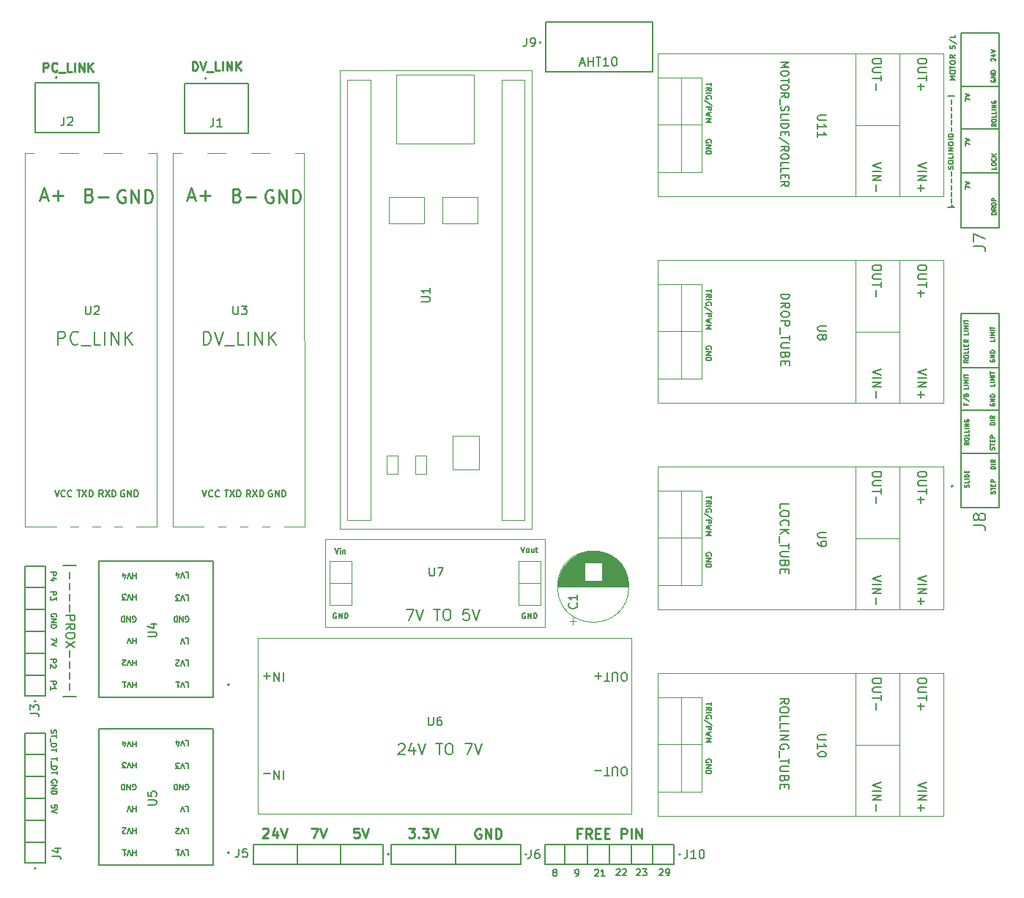
<source format=gbr>
%TF.GenerationSoftware,KiCad,Pcbnew,(6.0.6)*%
%TF.CreationDate,2022-09-13T11:19:58+07:00*%
%TF.ProjectId,Master,4d617374-6572-42e6-9b69-6361645f7063,rev?*%
%TF.SameCoordinates,Original*%
%TF.FileFunction,Legend,Top*%
%TF.FilePolarity,Positive*%
%FSLAX46Y46*%
G04 Gerber Fmt 4.6, Leading zero omitted, Abs format (unit mm)*
G04 Created by KiCad (PCBNEW (6.0.6)) date 2022-09-13 11:19:58*
%MOMM*%
%LPD*%
G01*
G04 APERTURE LIST*
%ADD10C,0.150000*%
%ADD11C,0.190500*%
%ADD12C,0.127000*%
%ADD13C,0.285750*%
%ADD14C,0.254000*%
%ADD15C,0.177800*%
%ADD16C,0.203200*%
%ADD17C,0.200000*%
%ADD18C,0.120000*%
G04 APERTURE END LIST*
D10*
X197673000Y-58293000D02*
X202057000Y-58293000D01*
X159613600Y-138150600D02*
X159613600Y-135890000D01*
X121031000Y-138176000D02*
X121031000Y-135890000D01*
X91821000Y-133096000D02*
X89535000Y-133096000D01*
X154533600Y-138176000D02*
X154533600Y-135890000D01*
X91821000Y-116332000D02*
X89535000Y-116332000D01*
X91821000Y-135636000D02*
X89535000Y-135636000D01*
X91821000Y-128016000D02*
X89535000Y-128016000D01*
X197673000Y-53213000D02*
X202057000Y-53213000D01*
X139319000Y-138201000D02*
X139319000Y-135915000D01*
X197673000Y-80772000D02*
X202057000Y-80772000D01*
X197673000Y-85725000D02*
X202057000Y-85725000D01*
X91821000Y-130556000D02*
X89535000Y-130556000D01*
X125984000Y-138176000D02*
X125984000Y-135890000D01*
X162102800Y-138176000D02*
X162102800Y-135890000D01*
X157065500Y-138151000D02*
X157065500Y-135940800D01*
X197706000Y-48260000D02*
X202090000Y-48260000D01*
X91821000Y-111252000D02*
X89535000Y-111252000D01*
X91821000Y-113792000D02*
X89535000Y-113792000D01*
X91821000Y-125476000D02*
X89535000Y-125476000D01*
X91821000Y-106172000D02*
X89535000Y-106172000D01*
X151942800Y-138150600D02*
X151942800Y-135890000D01*
X197739000Y-90678000D02*
X202057000Y-90678000D01*
X91821000Y-108712000D02*
X89535000Y-108712000D01*
D11*
X176883180Y-72264209D02*
X177899180Y-72264209D01*
X177899180Y-72506114D01*
X177850800Y-72651257D01*
X177754038Y-72748019D01*
X177657276Y-72796400D01*
X177463752Y-72844780D01*
X177318609Y-72844780D01*
X177125085Y-72796400D01*
X177028323Y-72748019D01*
X176931561Y-72651257D01*
X176883180Y-72506114D01*
X176883180Y-72264209D01*
X176883180Y-73860780D02*
X177366990Y-73522114D01*
X176883180Y-73280209D02*
X177899180Y-73280209D01*
X177899180Y-73667257D01*
X177850800Y-73764019D01*
X177802419Y-73812400D01*
X177705657Y-73860780D01*
X177560514Y-73860780D01*
X177463752Y-73812400D01*
X177415371Y-73764019D01*
X177366990Y-73667257D01*
X177366990Y-73280209D01*
X177899180Y-74489733D02*
X177899180Y-74683257D01*
X177850800Y-74780019D01*
X177754038Y-74876780D01*
X177560514Y-74925161D01*
X177221847Y-74925161D01*
X177028323Y-74876780D01*
X176931561Y-74780019D01*
X176883180Y-74683257D01*
X176883180Y-74489733D01*
X176931561Y-74392971D01*
X177028323Y-74296209D01*
X177221847Y-74247828D01*
X177560514Y-74247828D01*
X177754038Y-74296209D01*
X177850800Y-74392971D01*
X177899180Y-74489733D01*
X176883180Y-75360590D02*
X177899180Y-75360590D01*
X177899180Y-75747638D01*
X177850800Y-75844400D01*
X177802419Y-75892780D01*
X177705657Y-75941161D01*
X177560514Y-75941161D01*
X177463752Y-75892780D01*
X177415371Y-75844400D01*
X177366990Y-75747638D01*
X177366990Y-75360590D01*
X176786419Y-76134685D02*
X176786419Y-76908780D01*
X177899180Y-77005542D02*
X177899180Y-77586114D01*
X176883180Y-77295828D02*
X177899180Y-77295828D01*
X177899180Y-77924780D02*
X177076704Y-77924780D01*
X176979942Y-77973161D01*
X176931561Y-78021542D01*
X176883180Y-78118304D01*
X176883180Y-78311828D01*
X176931561Y-78408590D01*
X176979942Y-78456971D01*
X177076704Y-78505352D01*
X177899180Y-78505352D01*
X177415371Y-79327828D02*
X177366990Y-79472971D01*
X177318609Y-79521352D01*
X177221847Y-79569733D01*
X177076704Y-79569733D01*
X176979942Y-79521352D01*
X176931561Y-79472971D01*
X176883180Y-79376209D01*
X176883180Y-78989161D01*
X177899180Y-78989161D01*
X177899180Y-79327828D01*
X177850800Y-79424590D01*
X177802419Y-79472971D01*
X177705657Y-79521352D01*
X177608895Y-79521352D01*
X177512133Y-79472971D01*
X177463752Y-79424590D01*
X177415371Y-79327828D01*
X177415371Y-78989161D01*
X177415371Y-80005161D02*
X177415371Y-80343828D01*
X176883180Y-80488971D02*
X176883180Y-80005161D01*
X177899180Y-80005161D01*
X177899180Y-80488971D01*
D12*
X198197409Y-55098647D02*
X198197409Y-54759980D01*
X198705409Y-54977695D01*
X198197409Y-54639028D02*
X198705409Y-54469695D01*
X198197409Y-54300361D01*
X153169257Y-139536714D02*
X153314400Y-139536714D01*
X153386971Y-139500428D01*
X153423257Y-139464142D01*
X153495828Y-139355285D01*
X153532114Y-139210142D01*
X153532114Y-138919857D01*
X153495828Y-138847285D01*
X153459542Y-138811000D01*
X153386971Y-138774714D01*
X153241828Y-138774714D01*
X153169257Y-138811000D01*
X153132971Y-138847285D01*
X153096685Y-138919857D01*
X153096685Y-139101285D01*
X153132971Y-139173857D01*
X153169257Y-139210142D01*
X153241828Y-139246428D01*
X153386971Y-139246428D01*
X153459542Y-139210142D01*
X153495828Y-139173857D01*
X153532114Y-139101285D01*
D10*
X93159338Y-111987390D02*
X93159338Y-112410723D01*
X92524338Y-112138580D01*
X93159338Y-112561914D02*
X92524338Y-112773580D01*
X93159338Y-112985247D01*
D13*
X133847114Y-133994071D02*
X134554685Y-133994071D01*
X134173685Y-134429500D01*
X134336971Y-134429500D01*
X134445828Y-134483928D01*
X134500257Y-134538357D01*
X134554685Y-134647214D01*
X134554685Y-134919357D01*
X134500257Y-135028214D01*
X134445828Y-135082642D01*
X134336971Y-135137071D01*
X134010400Y-135137071D01*
X133901542Y-135082642D01*
X133847114Y-135028214D01*
X135044542Y-135028214D02*
X135098971Y-135082642D01*
X135044542Y-135137071D01*
X134990114Y-135082642D01*
X135044542Y-135028214D01*
X135044542Y-135137071D01*
X135479971Y-133994071D02*
X136187542Y-133994071D01*
X135806542Y-134429500D01*
X135969828Y-134429500D01*
X136078685Y-134483928D01*
X136133114Y-134538357D01*
X136187542Y-134647214D01*
X136187542Y-134919357D01*
X136133114Y-135028214D01*
X136078685Y-135082642D01*
X135969828Y-135137071D01*
X135643257Y-135137071D01*
X135534400Y-135082642D01*
X135479971Y-135028214D01*
X136514114Y-133994071D02*
X136895114Y-135137071D01*
X137276114Y-133994071D01*
D12*
X160201428Y-138796485D02*
X160237714Y-138760200D01*
X160310285Y-138723914D01*
X160491714Y-138723914D01*
X160564285Y-138760200D01*
X160600571Y-138796485D01*
X160636857Y-138869057D01*
X160636857Y-138941628D01*
X160600571Y-139050485D01*
X160165142Y-139485914D01*
X160636857Y-139485914D01*
X160890857Y-138723914D02*
X161362571Y-138723914D01*
X161108571Y-139014200D01*
X161217428Y-139014200D01*
X161290000Y-139050485D01*
X161326285Y-139086771D01*
X161362571Y-139159342D01*
X161362571Y-139340771D01*
X161326285Y-139413342D01*
X161290000Y-139449628D01*
X161217428Y-139485914D01*
X160999714Y-139485914D01*
X160927142Y-139449628D01*
X160890857Y-139413342D01*
X201576819Y-90230476D02*
X201601009Y-90157904D01*
X201601009Y-90036952D01*
X201576819Y-89988571D01*
X201552628Y-89964380D01*
X201504247Y-89940190D01*
X201455866Y-89940190D01*
X201407485Y-89964380D01*
X201383295Y-89988571D01*
X201359104Y-90036952D01*
X201334914Y-90133714D01*
X201310723Y-90182095D01*
X201286533Y-90206285D01*
X201238152Y-90230476D01*
X201189771Y-90230476D01*
X201141390Y-90206285D01*
X201117200Y-90182095D01*
X201093009Y-90133714D01*
X201093009Y-90012761D01*
X201117200Y-89940190D01*
X201093009Y-89795047D02*
X201093009Y-89504761D01*
X201601009Y-89649904D02*
X201093009Y-89649904D01*
X201334914Y-89335428D02*
X201334914Y-89166095D01*
X201601009Y-89093523D02*
X201601009Y-89335428D01*
X201093009Y-89335428D01*
X201093009Y-89093523D01*
X201601009Y-88875809D02*
X201093009Y-88875809D01*
X201093009Y-88682285D01*
X201117200Y-88633904D01*
X201141390Y-88609714D01*
X201189771Y-88585523D01*
X201262342Y-88585523D01*
X201310723Y-88609714D01*
X201334914Y-88633904D01*
X201359104Y-88682285D01*
X201359104Y-88875809D01*
X198286914Y-84884380D02*
X198286914Y-85053714D01*
X198553009Y-85053714D02*
X198045009Y-85053714D01*
X198045009Y-84811809D01*
X198020819Y-84255428D02*
X198673961Y-84690857D01*
X198286914Y-83916761D02*
X198311104Y-83844190D01*
X198335295Y-83820000D01*
X198383676Y-83795809D01*
X198456247Y-83795809D01*
X198504628Y-83820000D01*
X198528819Y-83844190D01*
X198553009Y-83892571D01*
X198553009Y-84086095D01*
X198045009Y-84086095D01*
X198045009Y-83916761D01*
X198069200Y-83868380D01*
X198093390Y-83844190D01*
X198141771Y-83820000D01*
X198190152Y-83820000D01*
X198238533Y-83844190D01*
X198262723Y-83868380D01*
X198286914Y-83916761D01*
X198286914Y-84086095D01*
X198553009Y-82949142D02*
X198553009Y-83191047D01*
X198045009Y-83191047D01*
X198553009Y-82779809D02*
X198045009Y-82779809D01*
X198553009Y-82537904D02*
X198045009Y-82537904D01*
X198407866Y-82368571D01*
X198045009Y-82199238D01*
X198553009Y-82199238D01*
X198553009Y-81957333D02*
X198045009Y-81957333D01*
X198045009Y-81788000D02*
X198045009Y-81497714D01*
X198553009Y-81642857D02*
X198045009Y-81642857D01*
D10*
X93210138Y-125814061D02*
X93210138Y-126176919D01*
X92575138Y-125995490D02*
X93210138Y-125995490D01*
X92514661Y-126237395D02*
X92514661Y-126721204D01*
X92575138Y-126872395D02*
X93210138Y-126872395D01*
X93210138Y-127023585D01*
X93179900Y-127114300D01*
X93119423Y-127174776D01*
X93058947Y-127205014D01*
X92937995Y-127235252D01*
X92847280Y-127235252D01*
X92726328Y-127205014D01*
X92665852Y-127174776D01*
X92605376Y-127114300D01*
X92575138Y-127023585D01*
X92575138Y-126872395D01*
X93210138Y-127416680D02*
X93210138Y-127779538D01*
X92575138Y-127598109D02*
X93210138Y-127598109D01*
X93210138Y-131654247D02*
X93210138Y-131351866D01*
X92907757Y-131321628D01*
X92937995Y-131351866D01*
X92968233Y-131412342D01*
X92968233Y-131563533D01*
X92937995Y-131624009D01*
X92907757Y-131654247D01*
X92847280Y-131684485D01*
X92696090Y-131684485D01*
X92635614Y-131654247D01*
X92605376Y-131624009D01*
X92575138Y-131563533D01*
X92575138Y-131412342D01*
X92605376Y-131351866D01*
X92635614Y-131321628D01*
X93210138Y-131865914D02*
X92575138Y-132077580D01*
X93210138Y-132289247D01*
D12*
X201117200Y-79838247D02*
X201093009Y-79886628D01*
X201093009Y-79959200D01*
X201117200Y-80031771D01*
X201165580Y-80080152D01*
X201213961Y-80104342D01*
X201310723Y-80128533D01*
X201383295Y-80128533D01*
X201480057Y-80104342D01*
X201528438Y-80080152D01*
X201576819Y-80031771D01*
X201601009Y-79959200D01*
X201601009Y-79910819D01*
X201576819Y-79838247D01*
X201552628Y-79814057D01*
X201383295Y-79814057D01*
X201383295Y-79910819D01*
X201601009Y-79596342D02*
X201093009Y-79596342D01*
X201601009Y-79306057D01*
X201093009Y-79306057D01*
X201601009Y-79064152D02*
X201093009Y-79064152D01*
X201093009Y-78943200D01*
X201117200Y-78870628D01*
X201165580Y-78822247D01*
X201213961Y-78798057D01*
X201310723Y-78773866D01*
X201383295Y-78773866D01*
X201480057Y-78798057D01*
X201528438Y-78822247D01*
X201576819Y-78870628D01*
X201601009Y-78943200D01*
X201601009Y-79064152D01*
D10*
X92473538Y-104433309D02*
X93108538Y-104433309D01*
X93108538Y-104675214D01*
X93078300Y-104735690D01*
X93048061Y-104765928D01*
X92987585Y-104796166D01*
X92896871Y-104796166D01*
X92836395Y-104765928D01*
X92806157Y-104735690D01*
X92775919Y-104675214D01*
X92775919Y-104433309D01*
X92896871Y-105340452D02*
X92473538Y-105340452D01*
X93138776Y-105189261D02*
X92685204Y-105038071D01*
X92685204Y-105431166D01*
D12*
X155375428Y-138847285D02*
X155411714Y-138811000D01*
X155484285Y-138774714D01*
X155665714Y-138774714D01*
X155738285Y-138811000D01*
X155774571Y-138847285D01*
X155810857Y-138919857D01*
X155810857Y-138992428D01*
X155774571Y-139101285D01*
X155339142Y-139536714D01*
X155810857Y-139536714D01*
X156536571Y-139536714D02*
X156101142Y-139536714D01*
X156318857Y-139536714D02*
X156318857Y-138774714D01*
X156246285Y-138883571D01*
X156173714Y-138956142D01*
X156101142Y-138992428D01*
D10*
X93129100Y-109548990D02*
X93159338Y-109488514D01*
X93159338Y-109397800D01*
X93129100Y-109307085D01*
X93068623Y-109246609D01*
X93008147Y-109216371D01*
X92887195Y-109186133D01*
X92796480Y-109186133D01*
X92675528Y-109216371D01*
X92615052Y-109246609D01*
X92554576Y-109307085D01*
X92524338Y-109397800D01*
X92524338Y-109458276D01*
X92554576Y-109548990D01*
X92584814Y-109579228D01*
X92796480Y-109579228D01*
X92796480Y-109458276D01*
X92524338Y-109851371D02*
X93159338Y-109851371D01*
X92524338Y-110214228D01*
X93159338Y-110214228D01*
X92524338Y-110516609D02*
X93159338Y-110516609D01*
X93159338Y-110667800D01*
X93129100Y-110758514D01*
X93068623Y-110818990D01*
X93008147Y-110849228D01*
X92887195Y-110879466D01*
X92796480Y-110879466D01*
X92675528Y-110849228D01*
X92615052Y-110818990D01*
X92554576Y-110758514D01*
X92524338Y-110667800D01*
X92524338Y-110516609D01*
D12*
X201753409Y-57563657D02*
X201753409Y-57805561D01*
X201245409Y-57805561D01*
X201245409Y-57297561D02*
X201245409Y-57200800D01*
X201269600Y-57152419D01*
X201317980Y-57104038D01*
X201414742Y-57079847D01*
X201584076Y-57079847D01*
X201680838Y-57104038D01*
X201729219Y-57152419D01*
X201753409Y-57200800D01*
X201753409Y-57297561D01*
X201729219Y-57345942D01*
X201680838Y-57394323D01*
X201584076Y-57418514D01*
X201414742Y-57418514D01*
X201317980Y-57394323D01*
X201269600Y-57345942D01*
X201245409Y-57297561D01*
X201705028Y-56571847D02*
X201729219Y-56596038D01*
X201753409Y-56668609D01*
X201753409Y-56716990D01*
X201729219Y-56789561D01*
X201680838Y-56837942D01*
X201632457Y-56862133D01*
X201535695Y-56886323D01*
X201463123Y-56886323D01*
X201366361Y-56862133D01*
X201317980Y-56837942D01*
X201269600Y-56789561D01*
X201245409Y-56716990D01*
X201245409Y-56668609D01*
X201269600Y-56596038D01*
X201293790Y-56571847D01*
X201753409Y-56354133D02*
X201245409Y-56354133D01*
X201753409Y-56063847D02*
X201463123Y-56281561D01*
X201245409Y-56063847D02*
X201535695Y-56354133D01*
X196944342Y-62188876D02*
X196218628Y-62188876D01*
X196581485Y-61735304D02*
X196581485Y-61251495D01*
X196581485Y-60949114D02*
X196581485Y-60465304D01*
X196581485Y-60162923D02*
X196581485Y-59679114D01*
X196581485Y-59376733D02*
X196581485Y-58892923D01*
X196581485Y-58590542D02*
X196581485Y-58106733D01*
X196750819Y-57834590D02*
X196775009Y-57743876D01*
X196775009Y-57592685D01*
X196750819Y-57532209D01*
X196726628Y-57501971D01*
X196678247Y-57471733D01*
X196629866Y-57471733D01*
X196581485Y-57501971D01*
X196557295Y-57532209D01*
X196533104Y-57592685D01*
X196508914Y-57713638D01*
X196484723Y-57774114D01*
X196460533Y-57804352D01*
X196412152Y-57834590D01*
X196363771Y-57834590D01*
X196315390Y-57804352D01*
X196291200Y-57774114D01*
X196267009Y-57713638D01*
X196267009Y-57562447D01*
X196291200Y-57471733D01*
X196267009Y-57078638D02*
X196267009Y-56957685D01*
X196291200Y-56897209D01*
X196339580Y-56836733D01*
X196436342Y-56806495D01*
X196605676Y-56806495D01*
X196702438Y-56836733D01*
X196750819Y-56897209D01*
X196775009Y-56957685D01*
X196775009Y-57078638D01*
X196750819Y-57139114D01*
X196702438Y-57199590D01*
X196605676Y-57229828D01*
X196436342Y-57229828D01*
X196339580Y-57199590D01*
X196291200Y-57139114D01*
X196267009Y-57078638D01*
X196775009Y-56231971D02*
X196775009Y-56534352D01*
X196267009Y-56534352D01*
X196775009Y-56020304D02*
X196267009Y-56020304D01*
X196775009Y-55717923D02*
X196267009Y-55717923D01*
X196775009Y-55355066D01*
X196267009Y-55355066D01*
X196267009Y-54931733D02*
X196267009Y-54810780D01*
X196291200Y-54750304D01*
X196339580Y-54689828D01*
X196436342Y-54659590D01*
X196605676Y-54659590D01*
X196702438Y-54689828D01*
X196750819Y-54750304D01*
X196775009Y-54810780D01*
X196775009Y-54931733D01*
X196750819Y-54992209D01*
X196702438Y-55052685D01*
X196605676Y-55082923D01*
X196436342Y-55082923D01*
X196339580Y-55052685D01*
X196291200Y-54992209D01*
X196267009Y-54931733D01*
X196775009Y-54387447D02*
X196267009Y-54387447D01*
X196775009Y-54085066D02*
X196267009Y-54085066D01*
X196267009Y-53933876D01*
X196291200Y-53843161D01*
X196339580Y-53782685D01*
X196387961Y-53752447D01*
X196484723Y-53722209D01*
X196557295Y-53722209D01*
X196654057Y-53752447D01*
X196702438Y-53782685D01*
X196750819Y-53843161D01*
X196775009Y-53933876D01*
X196775009Y-54085066D01*
X196581485Y-53450066D02*
X196581485Y-52966257D01*
X196581485Y-52663876D02*
X196581485Y-52180066D01*
X196581485Y-51877685D02*
X196581485Y-51393876D01*
X196581485Y-51091495D02*
X196581485Y-50607685D01*
X196581485Y-50305304D02*
X196581485Y-49821495D01*
X196944342Y-49367923D02*
X196218628Y-49367923D01*
X198630419Y-94579923D02*
X198654609Y-94507352D01*
X198654609Y-94386400D01*
X198630419Y-94338019D01*
X198606228Y-94313828D01*
X198557847Y-94289638D01*
X198509466Y-94289638D01*
X198461085Y-94313828D01*
X198436895Y-94338019D01*
X198412704Y-94386400D01*
X198388514Y-94483161D01*
X198364323Y-94531542D01*
X198340133Y-94555733D01*
X198291752Y-94579923D01*
X198243371Y-94579923D01*
X198194990Y-94555733D01*
X198170800Y-94531542D01*
X198146609Y-94483161D01*
X198146609Y-94362209D01*
X198170800Y-94289638D01*
X198654609Y-93830019D02*
X198654609Y-94071923D01*
X198146609Y-94071923D01*
X198654609Y-93660685D02*
X198146609Y-93660685D01*
X198654609Y-93418780D02*
X198146609Y-93418780D01*
X198146609Y-93297828D01*
X198170800Y-93225257D01*
X198219180Y-93176876D01*
X198267561Y-93152685D01*
X198364323Y-93128495D01*
X198436895Y-93128495D01*
X198533657Y-93152685D01*
X198582038Y-93176876D01*
X198630419Y-93225257D01*
X198654609Y-93297828D01*
X198654609Y-93418780D01*
X198388514Y-92910780D02*
X198388514Y-92741447D01*
X198654609Y-92668876D02*
X198654609Y-92910780D01*
X198146609Y-92910780D01*
X198146609Y-92668876D01*
X198553009Y-79852761D02*
X198311104Y-80022095D01*
X198553009Y-80143047D02*
X198045009Y-80143047D01*
X198045009Y-79949523D01*
X198069200Y-79901142D01*
X198093390Y-79876952D01*
X198141771Y-79852761D01*
X198214342Y-79852761D01*
X198262723Y-79876952D01*
X198286914Y-79901142D01*
X198311104Y-79949523D01*
X198311104Y-80143047D01*
X198045009Y-79538285D02*
X198045009Y-79441523D01*
X198069200Y-79393142D01*
X198117580Y-79344761D01*
X198214342Y-79320571D01*
X198383676Y-79320571D01*
X198480438Y-79344761D01*
X198528819Y-79393142D01*
X198553009Y-79441523D01*
X198553009Y-79538285D01*
X198528819Y-79586666D01*
X198480438Y-79635047D01*
X198383676Y-79659238D01*
X198214342Y-79659238D01*
X198117580Y-79635047D01*
X198069200Y-79586666D01*
X198045009Y-79538285D01*
X198553009Y-78860952D02*
X198553009Y-79102857D01*
X198045009Y-79102857D01*
X198553009Y-78449714D02*
X198553009Y-78691619D01*
X198045009Y-78691619D01*
X198286914Y-78280380D02*
X198286914Y-78111047D01*
X198553009Y-78038476D02*
X198553009Y-78280380D01*
X198045009Y-78280380D01*
X198045009Y-78038476D01*
X198553009Y-77530476D02*
X198311104Y-77699809D01*
X198553009Y-77820761D02*
X198045009Y-77820761D01*
X198045009Y-77627238D01*
X198069200Y-77578857D01*
X198093390Y-77554666D01*
X198141771Y-77530476D01*
X198214342Y-77530476D01*
X198262723Y-77554666D01*
X198286914Y-77578857D01*
X198311104Y-77627238D01*
X198311104Y-77820761D01*
X198553009Y-76683809D02*
X198553009Y-76925714D01*
X198045009Y-76925714D01*
X198553009Y-76514476D02*
X198045009Y-76514476D01*
X198553009Y-76272571D02*
X198045009Y-76272571D01*
X198407866Y-76103238D01*
X198045009Y-75933904D01*
X198553009Y-75933904D01*
X198553009Y-75692000D02*
X198045009Y-75692000D01*
X198045009Y-75522666D02*
X198045009Y-75232380D01*
X198553009Y-75377523D02*
X198045009Y-75377523D01*
X198603809Y-89400742D02*
X198361904Y-89570076D01*
X198603809Y-89691028D02*
X198095809Y-89691028D01*
X198095809Y-89497504D01*
X198120000Y-89449123D01*
X198144190Y-89424933D01*
X198192571Y-89400742D01*
X198265142Y-89400742D01*
X198313523Y-89424933D01*
X198337714Y-89449123D01*
X198361904Y-89497504D01*
X198361904Y-89691028D01*
X198095809Y-89086266D02*
X198095809Y-88989504D01*
X198120000Y-88941123D01*
X198168380Y-88892742D01*
X198265142Y-88868552D01*
X198434476Y-88868552D01*
X198531238Y-88892742D01*
X198579619Y-88941123D01*
X198603809Y-88989504D01*
X198603809Y-89086266D01*
X198579619Y-89134647D01*
X198531238Y-89183028D01*
X198434476Y-89207219D01*
X198265142Y-89207219D01*
X198168380Y-89183028D01*
X198120000Y-89134647D01*
X198095809Y-89086266D01*
X198603809Y-88408933D02*
X198603809Y-88650838D01*
X198095809Y-88650838D01*
X198603809Y-87997695D02*
X198603809Y-88239600D01*
X198095809Y-88239600D01*
X198603809Y-87828361D02*
X198095809Y-87828361D01*
X198603809Y-87586457D02*
X198095809Y-87586457D01*
X198603809Y-87296171D01*
X198095809Y-87296171D01*
X198120000Y-86788171D02*
X198095809Y-86836552D01*
X198095809Y-86909123D01*
X198120000Y-86981695D01*
X198168380Y-87030076D01*
X198216761Y-87054266D01*
X198313523Y-87078457D01*
X198386095Y-87078457D01*
X198482857Y-87054266D01*
X198531238Y-87030076D01*
X198579619Y-86981695D01*
X198603809Y-86909123D01*
X198603809Y-86860742D01*
X198579619Y-86788171D01*
X198555428Y-86763980D01*
X198386095Y-86763980D01*
X198386095Y-86860742D01*
D11*
X176832380Y-97025580D02*
X176832380Y-96541771D01*
X177848380Y-96541771D01*
X177848380Y-97557771D02*
X177848380Y-97751295D01*
X177800000Y-97848057D01*
X177703238Y-97944819D01*
X177509714Y-97993200D01*
X177171047Y-97993200D01*
X176977523Y-97944819D01*
X176880761Y-97848057D01*
X176832380Y-97751295D01*
X176832380Y-97557771D01*
X176880761Y-97461009D01*
X176977523Y-97364247D01*
X177171047Y-97315866D01*
X177509714Y-97315866D01*
X177703238Y-97364247D01*
X177800000Y-97461009D01*
X177848380Y-97557771D01*
X176929142Y-99009200D02*
X176880761Y-98960819D01*
X176832380Y-98815676D01*
X176832380Y-98718914D01*
X176880761Y-98573771D01*
X176977523Y-98477009D01*
X177074285Y-98428628D01*
X177267809Y-98380247D01*
X177412952Y-98380247D01*
X177606476Y-98428628D01*
X177703238Y-98477009D01*
X177800000Y-98573771D01*
X177848380Y-98718914D01*
X177848380Y-98815676D01*
X177800000Y-98960819D01*
X177751619Y-99009200D01*
X176832380Y-99444628D02*
X177848380Y-99444628D01*
X176832380Y-100025200D02*
X177412952Y-99589771D01*
X177848380Y-100025200D02*
X177267809Y-99444628D01*
X176735619Y-100218723D02*
X176735619Y-100992819D01*
X177848380Y-101089580D02*
X177848380Y-101670152D01*
X176832380Y-101379866D02*
X177848380Y-101379866D01*
X177848380Y-102008819D02*
X177025904Y-102008819D01*
X176929142Y-102057200D01*
X176880761Y-102105580D01*
X176832380Y-102202342D01*
X176832380Y-102395866D01*
X176880761Y-102492628D01*
X176929142Y-102541009D01*
X177025904Y-102589390D01*
X177848380Y-102589390D01*
X177364571Y-103411866D02*
X177316190Y-103557009D01*
X177267809Y-103605390D01*
X177171047Y-103653771D01*
X177025904Y-103653771D01*
X176929142Y-103605390D01*
X176880761Y-103557009D01*
X176832380Y-103460247D01*
X176832380Y-103073200D01*
X177848380Y-103073200D01*
X177848380Y-103411866D01*
X177800000Y-103508628D01*
X177751619Y-103557009D01*
X177654857Y-103605390D01*
X177558095Y-103605390D01*
X177461333Y-103557009D01*
X177412952Y-103508628D01*
X177364571Y-103411866D01*
X177364571Y-103073200D01*
X177364571Y-104089200D02*
X177364571Y-104427866D01*
X176832380Y-104573009D02*
X176832380Y-104089200D01*
X177848380Y-104089200D01*
X177848380Y-104573009D01*
D12*
X157864628Y-138796485D02*
X157900914Y-138760200D01*
X157973485Y-138723914D01*
X158154914Y-138723914D01*
X158227485Y-138760200D01*
X158263771Y-138796485D01*
X158300057Y-138869057D01*
X158300057Y-138941628D01*
X158263771Y-139050485D01*
X157828342Y-139485914D01*
X158300057Y-139485914D01*
X158590342Y-138796485D02*
X158626628Y-138760200D01*
X158699200Y-138723914D01*
X158880628Y-138723914D01*
X158953200Y-138760200D01*
X158989485Y-138796485D01*
X159025771Y-138869057D01*
X159025771Y-138941628D01*
X158989485Y-139050485D01*
X158554057Y-139485914D01*
X159025771Y-139485914D01*
X201117200Y-84918247D02*
X201093009Y-84966628D01*
X201093009Y-85039200D01*
X201117200Y-85111771D01*
X201165580Y-85160152D01*
X201213961Y-85184342D01*
X201310723Y-85208533D01*
X201383295Y-85208533D01*
X201480057Y-85184342D01*
X201528438Y-85160152D01*
X201576819Y-85111771D01*
X201601009Y-85039200D01*
X201601009Y-84990819D01*
X201576819Y-84918247D01*
X201552628Y-84894057D01*
X201383295Y-84894057D01*
X201383295Y-84990819D01*
X201601009Y-84676342D02*
X201093009Y-84676342D01*
X201601009Y-84386057D01*
X201093009Y-84386057D01*
X201601009Y-84144152D02*
X201093009Y-84144152D01*
X201093009Y-84023200D01*
X201117200Y-83950628D01*
X201165580Y-83902247D01*
X201213961Y-83878057D01*
X201310723Y-83853866D01*
X201383295Y-83853866D01*
X201480057Y-83878057D01*
X201528438Y-83902247D01*
X201576819Y-83950628D01*
X201601009Y-84023200D01*
X201601009Y-84144152D01*
X201753409Y-52570742D02*
X201511504Y-52740076D01*
X201753409Y-52861028D02*
X201245409Y-52861028D01*
X201245409Y-52667504D01*
X201269600Y-52619123D01*
X201293790Y-52594933D01*
X201342171Y-52570742D01*
X201414742Y-52570742D01*
X201463123Y-52594933D01*
X201487314Y-52619123D01*
X201511504Y-52667504D01*
X201511504Y-52861028D01*
X201245409Y-52256266D02*
X201245409Y-52159504D01*
X201269600Y-52111123D01*
X201317980Y-52062742D01*
X201414742Y-52038552D01*
X201584076Y-52038552D01*
X201680838Y-52062742D01*
X201729219Y-52111123D01*
X201753409Y-52159504D01*
X201753409Y-52256266D01*
X201729219Y-52304647D01*
X201680838Y-52353028D01*
X201584076Y-52377219D01*
X201414742Y-52377219D01*
X201317980Y-52353028D01*
X201269600Y-52304647D01*
X201245409Y-52256266D01*
X201753409Y-51578933D02*
X201753409Y-51820838D01*
X201245409Y-51820838D01*
X201753409Y-51167695D02*
X201753409Y-51409600D01*
X201245409Y-51409600D01*
X201753409Y-50998361D02*
X201245409Y-50998361D01*
X201753409Y-50756457D02*
X201245409Y-50756457D01*
X201753409Y-50466171D01*
X201245409Y-50466171D01*
X201269600Y-49958171D02*
X201245409Y-50006552D01*
X201245409Y-50079123D01*
X201269600Y-50151695D01*
X201317980Y-50200076D01*
X201366361Y-50224266D01*
X201463123Y-50248457D01*
X201535695Y-50248457D01*
X201632457Y-50224266D01*
X201680838Y-50200076D01*
X201729219Y-50151695D01*
X201753409Y-50079123D01*
X201753409Y-50030742D01*
X201729219Y-49958171D01*
X201705028Y-49933980D01*
X201535695Y-49933980D01*
X201535695Y-50030742D01*
D10*
X92473538Y-117031709D02*
X93108538Y-117031709D01*
X93108538Y-117273614D01*
X93078300Y-117334090D01*
X93048061Y-117364328D01*
X92987585Y-117394566D01*
X92896871Y-117394566D01*
X92836395Y-117364328D01*
X92806157Y-117334090D01*
X92775919Y-117273614D01*
X92775919Y-117031709D01*
X92473538Y-117999328D02*
X92473538Y-117636471D01*
X92473538Y-117817900D02*
X93108538Y-117817900D01*
X93017823Y-117757423D01*
X92957347Y-117696947D01*
X92927109Y-117636471D01*
D11*
X176889833Y-45495633D02*
X177778833Y-45495633D01*
X177143833Y-45791966D01*
X177778833Y-46088300D01*
X176889833Y-46088300D01*
X177778833Y-46680966D02*
X177778833Y-46850300D01*
X177736500Y-46934966D01*
X177651833Y-47019633D01*
X177482500Y-47061966D01*
X177186166Y-47061966D01*
X177016833Y-47019633D01*
X176932166Y-46934966D01*
X176889833Y-46850300D01*
X176889833Y-46680966D01*
X176932166Y-46596300D01*
X177016833Y-46511633D01*
X177186166Y-46469300D01*
X177482500Y-46469300D01*
X177651833Y-46511633D01*
X177736500Y-46596300D01*
X177778833Y-46680966D01*
X177778833Y-47315966D02*
X177778833Y-47823966D01*
X176889833Y-47569966D02*
X177778833Y-47569966D01*
X177778833Y-48289633D02*
X177778833Y-48458966D01*
X177736500Y-48543633D01*
X177651833Y-48628300D01*
X177482500Y-48670633D01*
X177186166Y-48670633D01*
X177016833Y-48628300D01*
X176932166Y-48543633D01*
X176889833Y-48458966D01*
X176889833Y-48289633D01*
X176932166Y-48204966D01*
X177016833Y-48120300D01*
X177186166Y-48077966D01*
X177482500Y-48077966D01*
X177651833Y-48120300D01*
X177736500Y-48204966D01*
X177778833Y-48289633D01*
X176889833Y-49559633D02*
X177313166Y-49263300D01*
X176889833Y-49051633D02*
X177778833Y-49051633D01*
X177778833Y-49390300D01*
X177736500Y-49474966D01*
X177694166Y-49517300D01*
X177609500Y-49559633D01*
X177482500Y-49559633D01*
X177397833Y-49517300D01*
X177355500Y-49474966D01*
X177313166Y-49390300D01*
X177313166Y-49051633D01*
X176805166Y-49728966D02*
X176805166Y-50406300D01*
X176932166Y-50575633D02*
X176889833Y-50702633D01*
X176889833Y-50914300D01*
X176932166Y-50998966D01*
X176974500Y-51041300D01*
X177059166Y-51083633D01*
X177143833Y-51083633D01*
X177228500Y-51041300D01*
X177270833Y-50998966D01*
X177313166Y-50914300D01*
X177355500Y-50744966D01*
X177397833Y-50660300D01*
X177440166Y-50617966D01*
X177524833Y-50575633D01*
X177609500Y-50575633D01*
X177694166Y-50617966D01*
X177736500Y-50660300D01*
X177778833Y-50744966D01*
X177778833Y-50956633D01*
X177736500Y-51083633D01*
X176889833Y-51887966D02*
X176889833Y-51464633D01*
X177778833Y-51464633D01*
X176889833Y-52184300D02*
X177778833Y-52184300D01*
X176889833Y-52607633D02*
X177778833Y-52607633D01*
X177778833Y-52819300D01*
X177736500Y-52946300D01*
X177651833Y-53030966D01*
X177567166Y-53073300D01*
X177397833Y-53115633D01*
X177270833Y-53115633D01*
X177101500Y-53073300D01*
X177016833Y-53030966D01*
X176932166Y-52946300D01*
X176889833Y-52819300D01*
X176889833Y-52607633D01*
X177355500Y-53496633D02*
X177355500Y-53792966D01*
X176889833Y-53919966D02*
X176889833Y-53496633D01*
X177778833Y-53496633D01*
X177778833Y-53919966D01*
X177821166Y-54935966D02*
X176678166Y-54173966D01*
X176889833Y-55740300D02*
X177313166Y-55443966D01*
X176889833Y-55232300D02*
X177778833Y-55232300D01*
X177778833Y-55570966D01*
X177736500Y-55655633D01*
X177694166Y-55697966D01*
X177609500Y-55740300D01*
X177482500Y-55740300D01*
X177397833Y-55697966D01*
X177355500Y-55655633D01*
X177313166Y-55570966D01*
X177313166Y-55232300D01*
X177778833Y-56290633D02*
X177778833Y-56459966D01*
X177736500Y-56544633D01*
X177651833Y-56629300D01*
X177482500Y-56671633D01*
X177186166Y-56671633D01*
X177016833Y-56629300D01*
X176932166Y-56544633D01*
X176889833Y-56459966D01*
X176889833Y-56290633D01*
X176932166Y-56205966D01*
X177016833Y-56121300D01*
X177186166Y-56078966D01*
X177482500Y-56078966D01*
X177651833Y-56121300D01*
X177736500Y-56205966D01*
X177778833Y-56290633D01*
X176889833Y-57475966D02*
X176889833Y-57052633D01*
X177778833Y-57052633D01*
X176889833Y-58195633D02*
X176889833Y-57772300D01*
X177778833Y-57772300D01*
X177355500Y-58491966D02*
X177355500Y-58788300D01*
X176889833Y-58915300D02*
X176889833Y-58491966D01*
X177778833Y-58491966D01*
X177778833Y-58915300D01*
X176889833Y-59804300D02*
X177313166Y-59507966D01*
X176889833Y-59296300D02*
X177778833Y-59296300D01*
X177778833Y-59634966D01*
X177736500Y-59719633D01*
X177694166Y-59761966D01*
X177609500Y-59804300D01*
X177482500Y-59804300D01*
X177397833Y-59761966D01*
X177355500Y-59719633D01*
X177313166Y-59634966D01*
X177313166Y-59296300D01*
D10*
X197035661Y-47528238D02*
X196400661Y-47528238D01*
X196854233Y-47316571D01*
X196400661Y-47104904D01*
X197035661Y-47104904D01*
X196400661Y-46681571D02*
X196400661Y-46560619D01*
X196430900Y-46500142D01*
X196491376Y-46439666D01*
X196612328Y-46409428D01*
X196823995Y-46409428D01*
X196944947Y-46439666D01*
X197005423Y-46500142D01*
X197035661Y-46560619D01*
X197035661Y-46681571D01*
X197005423Y-46742047D01*
X196944947Y-46802523D01*
X196823995Y-46832761D01*
X196612328Y-46832761D01*
X196491376Y-46802523D01*
X196430900Y-46742047D01*
X196400661Y-46681571D01*
X196400661Y-46228000D02*
X196400661Y-45865142D01*
X197035661Y-46046571D02*
X196400661Y-46046571D01*
X196400661Y-45532523D02*
X196400661Y-45411571D01*
X196430900Y-45351095D01*
X196491376Y-45290619D01*
X196612328Y-45260380D01*
X196823995Y-45260380D01*
X196944947Y-45290619D01*
X197005423Y-45351095D01*
X197035661Y-45411571D01*
X197035661Y-45532523D01*
X197005423Y-45593000D01*
X196944947Y-45653476D01*
X196823995Y-45683714D01*
X196612328Y-45683714D01*
X196491376Y-45653476D01*
X196430900Y-45593000D01*
X196400661Y-45532523D01*
X197035661Y-44625380D02*
X196733280Y-44837047D01*
X197035661Y-44988238D02*
X196400661Y-44988238D01*
X196400661Y-44746333D01*
X196430900Y-44685857D01*
X196461138Y-44655619D01*
X196521614Y-44625380D01*
X196612328Y-44625380D01*
X196672804Y-44655619D01*
X196703042Y-44685857D01*
X196733280Y-44746333D01*
X196733280Y-44988238D01*
X197005423Y-43899666D02*
X197035661Y-43808952D01*
X197035661Y-43657761D01*
X197005423Y-43597285D01*
X196975185Y-43567047D01*
X196914709Y-43536809D01*
X196854233Y-43536809D01*
X196793757Y-43567047D01*
X196763519Y-43597285D01*
X196733280Y-43657761D01*
X196703042Y-43778714D01*
X196672804Y-43839190D01*
X196642566Y-43869428D01*
X196582090Y-43899666D01*
X196521614Y-43899666D01*
X196461138Y-43869428D01*
X196430900Y-43839190D01*
X196400661Y-43778714D01*
X196400661Y-43627523D01*
X196430900Y-43536809D01*
X196370423Y-42811095D02*
X197186852Y-43355380D01*
X197035661Y-42297047D02*
X197035661Y-42599428D01*
X196400661Y-42599428D01*
D14*
X91633523Y-46535219D02*
X91633523Y-45519219D01*
X92020571Y-45519219D01*
X92117333Y-45567600D01*
X92165714Y-45615980D01*
X92214095Y-45712742D01*
X92214095Y-45857885D01*
X92165714Y-45954647D01*
X92117333Y-46003028D01*
X92020571Y-46051409D01*
X91633523Y-46051409D01*
X93230095Y-46438457D02*
X93181714Y-46486838D01*
X93036571Y-46535219D01*
X92939809Y-46535219D01*
X92794666Y-46486838D01*
X92697904Y-46390076D01*
X92649523Y-46293314D01*
X92601142Y-46099790D01*
X92601142Y-45954647D01*
X92649523Y-45761123D01*
X92697904Y-45664361D01*
X92794666Y-45567600D01*
X92939809Y-45519219D01*
X93036571Y-45519219D01*
X93181714Y-45567600D01*
X93230095Y-45615980D01*
X93423619Y-46631980D02*
X94197714Y-46631980D01*
X94923428Y-46535219D02*
X94439619Y-46535219D01*
X94439619Y-45519219D01*
X95262095Y-46535219D02*
X95262095Y-45519219D01*
X95745904Y-46535219D02*
X95745904Y-45519219D01*
X96326476Y-46535219D01*
X96326476Y-45519219D01*
X96810285Y-46535219D02*
X96810285Y-45519219D01*
X97390857Y-46535219D02*
X96955428Y-45954647D01*
X97390857Y-45519219D02*
X96810285Y-46099790D01*
D12*
X201242990Y-45308761D02*
X201218800Y-45284571D01*
X201194609Y-45236190D01*
X201194609Y-45115238D01*
X201218800Y-45066857D01*
X201242990Y-45042666D01*
X201291371Y-45018476D01*
X201339752Y-45018476D01*
X201412323Y-45042666D01*
X201702609Y-45332952D01*
X201702609Y-45018476D01*
X201363942Y-44583047D02*
X201702609Y-44583047D01*
X201170419Y-44704000D02*
X201533276Y-44824952D01*
X201533276Y-44510476D01*
X201194609Y-44389523D02*
X201702609Y-44220190D01*
X201194609Y-44050857D01*
D15*
X93943714Y-103653771D02*
X95395142Y-103653771D01*
X94669428Y-104379485D02*
X94669428Y-105153580D01*
X94669428Y-105637390D02*
X94669428Y-106411485D01*
X94669428Y-106895295D02*
X94669428Y-107669390D01*
X94669428Y-108153200D02*
X94669428Y-108927295D01*
X94282380Y-109411104D02*
X95298380Y-109411104D01*
X95298380Y-109798152D01*
X95250000Y-109894914D01*
X95201619Y-109943295D01*
X95104857Y-109991676D01*
X94959714Y-109991676D01*
X94862952Y-109943295D01*
X94814571Y-109894914D01*
X94766190Y-109798152D01*
X94766190Y-109411104D01*
X94282380Y-111007676D02*
X94766190Y-110669009D01*
X94282380Y-110427104D02*
X95298380Y-110427104D01*
X95298380Y-110814152D01*
X95250000Y-110910914D01*
X95201619Y-110959295D01*
X95104857Y-111007676D01*
X94959714Y-111007676D01*
X94862952Y-110959295D01*
X94814571Y-110910914D01*
X94766190Y-110814152D01*
X94766190Y-110427104D01*
X95298380Y-111636628D02*
X95298380Y-111830152D01*
X95250000Y-111926914D01*
X95153238Y-112023676D01*
X94959714Y-112072057D01*
X94621047Y-112072057D01*
X94427523Y-112023676D01*
X94330761Y-111926914D01*
X94282380Y-111830152D01*
X94282380Y-111636628D01*
X94330761Y-111539866D01*
X94427523Y-111443104D01*
X94621047Y-111394723D01*
X94959714Y-111394723D01*
X95153238Y-111443104D01*
X95250000Y-111539866D01*
X95298380Y-111636628D01*
X95298380Y-112410723D02*
X94282380Y-113088057D01*
X95298380Y-113088057D02*
X94282380Y-112410723D01*
X94669428Y-113475104D02*
X94669428Y-114249200D01*
X94669428Y-114733009D02*
X94669428Y-115507104D01*
X94669428Y-115990914D02*
X94669428Y-116765009D01*
X94669428Y-117248819D02*
X94669428Y-118022914D01*
X93943714Y-118748628D02*
X95395142Y-118748628D01*
D11*
X133587066Y-108676923D02*
X134433733Y-108676923D01*
X133889447Y-109946923D01*
X134736114Y-108676923D02*
X135159447Y-109946923D01*
X135582780Y-108676923D01*
X136792304Y-108676923D02*
X137518019Y-108676923D01*
X137155161Y-109946923D02*
X137155161Y-108676923D01*
X138183257Y-108676923D02*
X138425161Y-108676923D01*
X138546114Y-108737400D01*
X138667066Y-108858352D01*
X138727542Y-109100257D01*
X138727542Y-109523590D01*
X138667066Y-109765495D01*
X138546114Y-109886447D01*
X138425161Y-109946923D01*
X138183257Y-109946923D01*
X138062304Y-109886447D01*
X137941352Y-109765495D01*
X137880876Y-109523590D01*
X137880876Y-109100257D01*
X137941352Y-108858352D01*
X138062304Y-108737400D01*
X138183257Y-108676923D01*
X140844209Y-108676923D02*
X140239447Y-108676923D01*
X140178971Y-109281685D01*
X140239447Y-109221209D01*
X140360400Y-109160733D01*
X140662780Y-109160733D01*
X140783733Y-109221209D01*
X140844209Y-109281685D01*
X140904685Y-109402638D01*
X140904685Y-109705019D01*
X140844209Y-109825971D01*
X140783733Y-109886447D01*
X140662780Y-109946923D01*
X140360400Y-109946923D01*
X140239447Y-109886447D01*
X140178971Y-109825971D01*
X141267542Y-108676923D02*
X141690876Y-109946923D01*
X142114209Y-108676923D01*
D10*
X153674838Y-45584533D02*
X154158647Y-45584533D01*
X153578076Y-45874819D02*
X153916742Y-44858819D01*
X154255409Y-45874819D01*
X154594076Y-45874819D02*
X154594076Y-44858819D01*
X154594076Y-45342628D02*
X155174647Y-45342628D01*
X155174647Y-45874819D02*
X155174647Y-44858819D01*
X155513314Y-44858819D02*
X156093885Y-44858819D01*
X155803600Y-45874819D02*
X155803600Y-44858819D01*
X156964742Y-45874819D02*
X156384171Y-45874819D01*
X156674457Y-45874819D02*
X156674457Y-44858819D01*
X156577695Y-45003961D01*
X156480933Y-45100723D01*
X156384171Y-45149104D01*
X157593695Y-44858819D02*
X157690457Y-44858819D01*
X157787219Y-44907200D01*
X157835600Y-44955580D01*
X157883980Y-45052342D01*
X157932361Y-45245866D01*
X157932361Y-45487771D01*
X157883980Y-45681295D01*
X157835600Y-45778057D01*
X157787219Y-45826438D01*
X157690457Y-45874819D01*
X157593695Y-45874819D01*
X157496933Y-45826438D01*
X157448552Y-45778057D01*
X157400171Y-45681295D01*
X157351790Y-45487771D01*
X157351790Y-45245866D01*
X157400171Y-45052342D01*
X157448552Y-44955580D01*
X157496933Y-44907200D01*
X157593695Y-44858819D01*
D12*
X198197409Y-49917047D02*
X198197409Y-49578380D01*
X198705409Y-49796095D01*
X198197409Y-49457428D02*
X198705409Y-49288095D01*
X198197409Y-49118761D01*
D10*
X92473538Y-114491709D02*
X93108538Y-114491709D01*
X93108538Y-114733614D01*
X93078300Y-114794090D01*
X93048061Y-114824328D01*
X92987585Y-114854566D01*
X92896871Y-114854566D01*
X92836395Y-114824328D01*
X92806157Y-114794090D01*
X92775919Y-114733614D01*
X92775919Y-114491709D01*
X93048061Y-115096471D02*
X93078300Y-115126709D01*
X93108538Y-115187185D01*
X93108538Y-115338376D01*
X93078300Y-115398852D01*
X93048061Y-115429090D01*
X92987585Y-115459328D01*
X92927109Y-115459328D01*
X92836395Y-115429090D01*
X92473538Y-115066233D01*
X92473538Y-115459328D01*
D12*
X201601009Y-82661276D02*
X201601009Y-82903180D01*
X201093009Y-82903180D01*
X201601009Y-82491942D02*
X201093009Y-82491942D01*
X201601009Y-82250038D02*
X201093009Y-82250038D01*
X201455866Y-82080704D01*
X201093009Y-81911371D01*
X201601009Y-81911371D01*
X201601009Y-81669466D02*
X201093009Y-81669466D01*
X201093009Y-81500133D02*
X201093009Y-81209847D01*
X201601009Y-81354990D02*
X201093009Y-81354990D01*
X201218800Y-47478647D02*
X201194609Y-47527028D01*
X201194609Y-47599600D01*
X201218800Y-47672171D01*
X201267180Y-47720552D01*
X201315561Y-47744742D01*
X201412323Y-47768933D01*
X201484895Y-47768933D01*
X201581657Y-47744742D01*
X201630038Y-47720552D01*
X201678419Y-47672171D01*
X201702609Y-47599600D01*
X201702609Y-47551219D01*
X201678419Y-47478647D01*
X201654228Y-47454457D01*
X201484895Y-47454457D01*
X201484895Y-47551219D01*
X201702609Y-47236742D02*
X201194609Y-47236742D01*
X201702609Y-46946457D01*
X201194609Y-46946457D01*
X201702609Y-46704552D02*
X201194609Y-46704552D01*
X201194609Y-46583600D01*
X201218800Y-46511028D01*
X201267180Y-46462647D01*
X201315561Y-46438457D01*
X201412323Y-46414266D01*
X201484895Y-46414266D01*
X201581657Y-46438457D01*
X201630038Y-46462647D01*
X201678419Y-46511028D01*
X201702609Y-46583600D01*
X201702609Y-46704552D01*
X201601009Y-87376000D02*
X201093009Y-87376000D01*
X201093009Y-87255047D01*
X201117200Y-87182476D01*
X201165580Y-87134095D01*
X201213961Y-87109904D01*
X201310723Y-87085714D01*
X201383295Y-87085714D01*
X201480057Y-87109904D01*
X201528438Y-87134095D01*
X201576819Y-87182476D01*
X201601009Y-87255047D01*
X201601009Y-87376000D01*
X201601009Y-86868000D02*
X201093009Y-86868000D01*
X201601009Y-86335809D02*
X201359104Y-86505142D01*
X201601009Y-86626095D02*
X201093009Y-86626095D01*
X201093009Y-86432571D01*
X201117200Y-86384190D01*
X201141390Y-86360000D01*
X201189771Y-86335809D01*
X201262342Y-86335809D01*
X201310723Y-86360000D01*
X201334914Y-86384190D01*
X201359104Y-86432571D01*
X201359104Y-86626095D01*
D13*
X122573142Y-133994071D02*
X123335142Y-133994071D01*
X122845285Y-135137071D01*
X123607285Y-133994071D02*
X123988285Y-135137071D01*
X124369285Y-133994071D01*
D12*
X201753409Y-63035542D02*
X201245409Y-63035542D01*
X201245409Y-62914590D01*
X201269600Y-62842019D01*
X201317980Y-62793638D01*
X201366361Y-62769447D01*
X201463123Y-62745257D01*
X201535695Y-62745257D01*
X201632457Y-62769447D01*
X201680838Y-62793638D01*
X201729219Y-62842019D01*
X201753409Y-62914590D01*
X201753409Y-63035542D01*
X201753409Y-62237257D02*
X201511504Y-62406590D01*
X201753409Y-62527542D02*
X201245409Y-62527542D01*
X201245409Y-62334019D01*
X201269600Y-62285638D01*
X201293790Y-62261447D01*
X201342171Y-62237257D01*
X201414742Y-62237257D01*
X201463123Y-62261447D01*
X201487314Y-62285638D01*
X201511504Y-62334019D01*
X201511504Y-62527542D01*
X201245409Y-61922780D02*
X201245409Y-61826019D01*
X201269600Y-61777638D01*
X201317980Y-61729257D01*
X201414742Y-61705066D01*
X201584076Y-61705066D01*
X201680838Y-61729257D01*
X201729219Y-61777638D01*
X201753409Y-61826019D01*
X201753409Y-61922780D01*
X201729219Y-61971161D01*
X201680838Y-62019542D01*
X201584076Y-62043733D01*
X201414742Y-62043733D01*
X201317980Y-62019542D01*
X201269600Y-61971161D01*
X201245409Y-61922780D01*
X201753409Y-61487352D02*
X201245409Y-61487352D01*
X201245409Y-61293828D01*
X201269600Y-61245447D01*
X201293790Y-61221257D01*
X201342171Y-61197066D01*
X201414742Y-61197066D01*
X201463123Y-61221257D01*
X201487314Y-61245447D01*
X201511504Y-61293828D01*
X201511504Y-61487352D01*
X201627619Y-95361276D02*
X201651809Y-95288704D01*
X201651809Y-95167752D01*
X201627619Y-95119371D01*
X201603428Y-95095180D01*
X201555047Y-95070990D01*
X201506666Y-95070990D01*
X201458285Y-95095180D01*
X201434095Y-95119371D01*
X201409904Y-95167752D01*
X201385714Y-95264514D01*
X201361523Y-95312895D01*
X201337333Y-95337085D01*
X201288952Y-95361276D01*
X201240571Y-95361276D01*
X201192190Y-95337085D01*
X201168000Y-95312895D01*
X201143809Y-95264514D01*
X201143809Y-95143561D01*
X201168000Y-95070990D01*
X201143809Y-94925847D02*
X201143809Y-94635561D01*
X201651809Y-94780704D02*
X201143809Y-94780704D01*
X201385714Y-94466228D02*
X201385714Y-94296895D01*
X201651809Y-94224323D02*
X201651809Y-94466228D01*
X201143809Y-94466228D01*
X201143809Y-94224323D01*
X201651809Y-94006609D02*
X201143809Y-94006609D01*
X201143809Y-93813085D01*
X201168000Y-93764704D01*
X201192190Y-93740514D01*
X201240571Y-93716323D01*
X201313142Y-93716323D01*
X201361523Y-93740514D01*
X201385714Y-93764704D01*
X201409904Y-93813085D01*
X201409904Y-94006609D01*
D16*
X110127142Y-78108628D02*
X110127142Y-76584628D01*
X110490000Y-76584628D01*
X110707714Y-76657200D01*
X110852857Y-76802342D01*
X110925428Y-76947485D01*
X110998000Y-77237771D01*
X110998000Y-77455485D01*
X110925428Y-77745771D01*
X110852857Y-77890914D01*
X110707714Y-78036057D01*
X110490000Y-78108628D01*
X110127142Y-78108628D01*
X111433428Y-76584628D02*
X111941428Y-78108628D01*
X112449428Y-76584628D01*
X112594571Y-78253771D02*
X113755714Y-78253771D01*
X114844285Y-78108628D02*
X114118571Y-78108628D01*
X114118571Y-76584628D01*
X115352285Y-78108628D02*
X115352285Y-76584628D01*
X116078000Y-78108628D02*
X116078000Y-76584628D01*
X116948857Y-78108628D01*
X116948857Y-76584628D01*
X117674571Y-78108628D02*
X117674571Y-76584628D01*
X118545428Y-78108628D02*
X117892285Y-77237771D01*
X118545428Y-76584628D02*
X117674571Y-77455485D01*
D12*
X201651809Y-92456000D02*
X201143809Y-92456000D01*
X201143809Y-92335047D01*
X201168000Y-92262476D01*
X201216380Y-92214095D01*
X201264761Y-92189904D01*
X201361523Y-92165714D01*
X201434095Y-92165714D01*
X201530857Y-92189904D01*
X201579238Y-92214095D01*
X201627619Y-92262476D01*
X201651809Y-92335047D01*
X201651809Y-92456000D01*
X201651809Y-91948000D02*
X201143809Y-91948000D01*
X201651809Y-91415809D02*
X201409904Y-91585142D01*
X201651809Y-91706095D02*
X201143809Y-91706095D01*
X201143809Y-91512571D01*
X201168000Y-91464190D01*
X201192190Y-91440000D01*
X201240571Y-91415809D01*
X201313142Y-91415809D01*
X201361523Y-91440000D01*
X201385714Y-91464190D01*
X201409904Y-91512571D01*
X201409904Y-91706095D01*
D16*
X93305085Y-78108628D02*
X93305085Y-76584628D01*
X93885657Y-76584628D01*
X94030800Y-76657200D01*
X94103371Y-76729771D01*
X94175942Y-76874914D01*
X94175942Y-77092628D01*
X94103371Y-77237771D01*
X94030800Y-77310342D01*
X93885657Y-77382914D01*
X93305085Y-77382914D01*
X95699942Y-77963485D02*
X95627371Y-78036057D01*
X95409657Y-78108628D01*
X95264514Y-78108628D01*
X95046800Y-78036057D01*
X94901657Y-77890914D01*
X94829085Y-77745771D01*
X94756514Y-77455485D01*
X94756514Y-77237771D01*
X94829085Y-76947485D01*
X94901657Y-76802342D01*
X95046800Y-76657200D01*
X95264514Y-76584628D01*
X95409657Y-76584628D01*
X95627371Y-76657200D01*
X95699942Y-76729771D01*
X95990228Y-78253771D02*
X97151371Y-78253771D01*
X98239942Y-78108628D02*
X97514228Y-78108628D01*
X97514228Y-76584628D01*
X98747942Y-78108628D02*
X98747942Y-76584628D01*
X99473657Y-78108628D02*
X99473657Y-76584628D01*
X100344514Y-78108628D01*
X100344514Y-76584628D01*
X101070228Y-78108628D02*
X101070228Y-76584628D01*
X101941085Y-78108628D02*
X101287942Y-77237771D01*
X101941085Y-76584628D02*
X101070228Y-77455485D01*
D12*
X201601009Y-77479676D02*
X201601009Y-77721580D01*
X201093009Y-77721580D01*
X201601009Y-77310342D02*
X201093009Y-77310342D01*
X201601009Y-77068438D02*
X201093009Y-77068438D01*
X201455866Y-76899104D01*
X201093009Y-76729771D01*
X201601009Y-76729771D01*
X201601009Y-76487866D02*
X201093009Y-76487866D01*
X201093009Y-76318533D02*
X201093009Y-76028247D01*
X201601009Y-76173390D02*
X201093009Y-76173390D01*
D13*
X128103085Y-133994071D02*
X127558800Y-133994071D01*
X127504371Y-134538357D01*
X127558800Y-134483928D01*
X127667657Y-134429500D01*
X127939800Y-134429500D01*
X128048657Y-134483928D01*
X128103085Y-134538357D01*
X128157514Y-134647214D01*
X128157514Y-134919357D01*
X128103085Y-135028214D01*
X128048657Y-135082642D01*
X127939800Y-135137071D01*
X127667657Y-135137071D01*
X127558800Y-135082642D01*
X127504371Y-135028214D01*
X128484085Y-133994071D02*
X128865085Y-135137071D01*
X129246085Y-133994071D01*
D10*
X92473538Y-106668509D02*
X93108538Y-106668509D01*
X93108538Y-106910414D01*
X93078300Y-106970890D01*
X93048061Y-107001128D01*
X92987585Y-107031366D01*
X92896871Y-107031366D01*
X92836395Y-107001128D01*
X92806157Y-106970890D01*
X92775919Y-106910414D01*
X92775919Y-106668509D01*
X93108538Y-107243033D02*
X93108538Y-107636128D01*
X92866633Y-107424461D01*
X92866633Y-107515176D01*
X92836395Y-107575652D01*
X92806157Y-107605890D01*
X92745680Y-107636128D01*
X92594490Y-107636128D01*
X92534014Y-107605890D01*
X92503776Y-107575652D01*
X92473538Y-107515176D01*
X92473538Y-107333747D01*
X92503776Y-107273271D01*
X92534014Y-107243033D01*
D13*
X142181942Y-134099300D02*
X142073085Y-134044871D01*
X141909800Y-134044871D01*
X141746514Y-134099300D01*
X141637657Y-134208157D01*
X141583228Y-134317014D01*
X141528800Y-134534728D01*
X141528800Y-134698014D01*
X141583228Y-134915728D01*
X141637657Y-135024585D01*
X141746514Y-135133442D01*
X141909800Y-135187871D01*
X142018657Y-135187871D01*
X142181942Y-135133442D01*
X142236371Y-135079014D01*
X142236371Y-134698014D01*
X142018657Y-134698014D01*
X142726228Y-135187871D02*
X142726228Y-134044871D01*
X143379371Y-135187871D01*
X143379371Y-134044871D01*
X143923657Y-135187871D02*
X143923657Y-134044871D01*
X144195800Y-134044871D01*
X144359085Y-134099300D01*
X144467942Y-134208157D01*
X144522371Y-134317014D01*
X144576800Y-134534728D01*
X144576800Y-134698014D01*
X144522371Y-134915728D01*
X144467942Y-135024585D01*
X144359085Y-135133442D01*
X144195800Y-135187871D01*
X143923657Y-135187871D01*
X117003285Y-134102928D02*
X117057714Y-134048500D01*
X117166571Y-133994071D01*
X117438714Y-133994071D01*
X117547571Y-134048500D01*
X117602000Y-134102928D01*
X117656428Y-134211785D01*
X117656428Y-134320642D01*
X117602000Y-134483928D01*
X116948857Y-135137071D01*
X117656428Y-135137071D01*
X118636142Y-134375071D02*
X118636142Y-135137071D01*
X118364000Y-133939642D02*
X118091857Y-134756071D01*
X118799428Y-134756071D01*
X119071571Y-133994071D02*
X119452571Y-135137071D01*
X119833571Y-133994071D01*
D12*
X162843028Y-138796485D02*
X162879314Y-138760200D01*
X162951885Y-138723914D01*
X163133314Y-138723914D01*
X163205885Y-138760200D01*
X163242171Y-138796485D01*
X163278457Y-138869057D01*
X163278457Y-138941628D01*
X163242171Y-139050485D01*
X162806742Y-139485914D01*
X163278457Y-139485914D01*
X163641314Y-139485914D02*
X163786457Y-139485914D01*
X163859028Y-139449628D01*
X163895314Y-139413342D01*
X163967885Y-139304485D01*
X164004171Y-139159342D01*
X164004171Y-138869057D01*
X163967885Y-138796485D01*
X163931600Y-138760200D01*
X163859028Y-138723914D01*
X163713885Y-138723914D01*
X163641314Y-138760200D01*
X163605028Y-138796485D01*
X163568742Y-138869057D01*
X163568742Y-139050485D01*
X163605028Y-139123057D01*
X163641314Y-139159342D01*
X163713885Y-139195628D01*
X163859028Y-139195628D01*
X163931600Y-139159342D01*
X163967885Y-139123057D01*
X164004171Y-139050485D01*
X150701828Y-139101285D02*
X150629257Y-139065000D01*
X150592971Y-139028714D01*
X150556685Y-138956142D01*
X150556685Y-138919857D01*
X150592971Y-138847285D01*
X150629257Y-138811000D01*
X150701828Y-138774714D01*
X150846971Y-138774714D01*
X150919542Y-138811000D01*
X150955828Y-138847285D01*
X150992114Y-138919857D01*
X150992114Y-138956142D01*
X150955828Y-139028714D01*
X150919542Y-139065000D01*
X150846971Y-139101285D01*
X150701828Y-139101285D01*
X150629257Y-139137571D01*
X150592971Y-139173857D01*
X150556685Y-139246428D01*
X150556685Y-139391571D01*
X150592971Y-139464142D01*
X150629257Y-139500428D01*
X150701828Y-139536714D01*
X150846971Y-139536714D01*
X150919542Y-139500428D01*
X150955828Y-139464142D01*
X150992114Y-139391571D01*
X150992114Y-139246428D01*
X150955828Y-139173857D01*
X150919542Y-139137571D01*
X150846971Y-139101285D01*
D11*
X176781580Y-119609809D02*
X177265390Y-119271142D01*
X176781580Y-119029238D02*
X177797580Y-119029238D01*
X177797580Y-119416285D01*
X177749200Y-119513047D01*
X177700819Y-119561428D01*
X177604057Y-119609809D01*
X177458914Y-119609809D01*
X177362152Y-119561428D01*
X177313771Y-119513047D01*
X177265390Y-119416285D01*
X177265390Y-119029238D01*
X177797580Y-120238761D02*
X177797580Y-120432285D01*
X177749200Y-120529047D01*
X177652438Y-120625809D01*
X177458914Y-120674190D01*
X177120247Y-120674190D01*
X176926723Y-120625809D01*
X176829961Y-120529047D01*
X176781580Y-120432285D01*
X176781580Y-120238761D01*
X176829961Y-120142000D01*
X176926723Y-120045238D01*
X177120247Y-119996857D01*
X177458914Y-119996857D01*
X177652438Y-120045238D01*
X177749200Y-120142000D01*
X177797580Y-120238761D01*
X176781580Y-121593428D02*
X176781580Y-121109619D01*
X177797580Y-121109619D01*
X176781580Y-122415904D02*
X176781580Y-121932095D01*
X177797580Y-121932095D01*
X176781580Y-122754571D02*
X177797580Y-122754571D01*
X176781580Y-123238380D02*
X177797580Y-123238380D01*
X176781580Y-123818952D01*
X177797580Y-123818952D01*
X177749200Y-124834952D02*
X177797580Y-124738190D01*
X177797580Y-124593047D01*
X177749200Y-124447904D01*
X177652438Y-124351142D01*
X177555676Y-124302761D01*
X177362152Y-124254380D01*
X177217009Y-124254380D01*
X177023485Y-124302761D01*
X176926723Y-124351142D01*
X176829961Y-124447904D01*
X176781580Y-124593047D01*
X176781580Y-124689809D01*
X176829961Y-124834952D01*
X176878342Y-124883333D01*
X177217009Y-124883333D01*
X177217009Y-124689809D01*
X176684819Y-125076857D02*
X176684819Y-125850952D01*
X177797580Y-125947714D02*
X177797580Y-126528285D01*
X176781580Y-126238000D02*
X177797580Y-126238000D01*
X177797580Y-126866952D02*
X176975104Y-126866952D01*
X176878342Y-126915333D01*
X176829961Y-126963714D01*
X176781580Y-127060476D01*
X176781580Y-127254000D01*
X176829961Y-127350761D01*
X176878342Y-127399142D01*
X176975104Y-127447523D01*
X177797580Y-127447523D01*
X177313771Y-128270000D02*
X177265390Y-128415142D01*
X177217009Y-128463523D01*
X177120247Y-128511904D01*
X176975104Y-128511904D01*
X176878342Y-128463523D01*
X176829961Y-128415142D01*
X176781580Y-128318380D01*
X176781580Y-127931333D01*
X177797580Y-127931333D01*
X177797580Y-128270000D01*
X177749200Y-128366761D01*
X177700819Y-128415142D01*
X177604057Y-128463523D01*
X177507295Y-128463523D01*
X177410533Y-128415142D01*
X177362152Y-128366761D01*
X177313771Y-128270000D01*
X177313771Y-127931333D01*
X177313771Y-128947333D02*
X177313771Y-129286000D01*
X176781580Y-129431142D02*
X176781580Y-128947333D01*
X177797580Y-128947333D01*
X177797580Y-129431142D01*
D10*
X92554576Y-122625757D02*
X92524338Y-122716471D01*
X92524338Y-122867661D01*
X92554576Y-122928138D01*
X92584814Y-122958376D01*
X92645290Y-122988614D01*
X92705766Y-122988614D01*
X92766242Y-122958376D01*
X92796480Y-122928138D01*
X92826719Y-122867661D01*
X92856957Y-122746709D01*
X92887195Y-122686233D01*
X92917433Y-122655995D01*
X92977909Y-122625757D01*
X93038385Y-122625757D01*
X93098861Y-122655995D01*
X93129100Y-122686233D01*
X93159338Y-122746709D01*
X93159338Y-122897900D01*
X93129100Y-122988614D01*
X93159338Y-123170042D02*
X93159338Y-123532900D01*
X92524338Y-123351471D02*
X93159338Y-123351471D01*
X92463861Y-123593376D02*
X92463861Y-124077185D01*
X92524338Y-124228376D02*
X93159338Y-124228376D01*
X93159338Y-124379566D01*
X93129100Y-124470280D01*
X93068623Y-124530757D01*
X93008147Y-124560995D01*
X92887195Y-124591233D01*
X92796480Y-124591233D01*
X92675528Y-124560995D01*
X92615052Y-124530757D01*
X92554576Y-124470280D01*
X92524338Y-124379566D01*
X92524338Y-124228376D01*
X93159338Y-124772661D02*
X93159338Y-125135519D01*
X92524338Y-124954090D02*
X93159338Y-124954090D01*
D14*
X108876495Y-46433619D02*
X108876495Y-45417619D01*
X109118400Y-45417619D01*
X109263542Y-45466000D01*
X109360304Y-45562761D01*
X109408685Y-45659523D01*
X109457066Y-45853047D01*
X109457066Y-45998190D01*
X109408685Y-46191714D01*
X109360304Y-46288476D01*
X109263542Y-46385238D01*
X109118400Y-46433619D01*
X108876495Y-46433619D01*
X109747352Y-45417619D02*
X110086019Y-46433619D01*
X110424685Y-45417619D01*
X110521447Y-46530380D02*
X111295542Y-46530380D01*
X112021257Y-46433619D02*
X111537447Y-46433619D01*
X111537447Y-45417619D01*
X112359923Y-46433619D02*
X112359923Y-45417619D01*
X112843733Y-46433619D02*
X112843733Y-45417619D01*
X113424304Y-46433619D01*
X113424304Y-45417619D01*
X113908114Y-46433619D02*
X113908114Y-45417619D01*
X114488685Y-46433619D02*
X114053257Y-45853047D01*
X114488685Y-45417619D02*
X113908114Y-45998190D01*
D13*
X153753457Y-134589157D02*
X153372457Y-134589157D01*
X153372457Y-135187871D02*
X153372457Y-134044871D01*
X153916742Y-134044871D01*
X155005314Y-135187871D02*
X154624314Y-134643585D01*
X154352171Y-135187871D02*
X154352171Y-134044871D01*
X154787600Y-134044871D01*
X154896457Y-134099300D01*
X154950885Y-134153728D01*
X155005314Y-134262585D01*
X155005314Y-134425871D01*
X154950885Y-134534728D01*
X154896457Y-134589157D01*
X154787600Y-134643585D01*
X154352171Y-134643585D01*
X155495171Y-134589157D02*
X155876171Y-134589157D01*
X156039457Y-135187871D02*
X155495171Y-135187871D01*
X155495171Y-134044871D01*
X156039457Y-134044871D01*
X156529314Y-134589157D02*
X156910314Y-134589157D01*
X157073600Y-135187871D02*
X156529314Y-135187871D01*
X156529314Y-134044871D01*
X157073600Y-134044871D01*
X158434314Y-135187871D02*
X158434314Y-134044871D01*
X158869742Y-134044871D01*
X158978600Y-134099300D01*
X159033028Y-134153728D01*
X159087457Y-134262585D01*
X159087457Y-134425871D01*
X159033028Y-134534728D01*
X158978600Y-134589157D01*
X158869742Y-134643585D01*
X158434314Y-134643585D01*
X159577314Y-135187871D02*
X159577314Y-134044871D01*
X160121600Y-135187871D02*
X160121600Y-134044871D01*
X160774742Y-135187871D01*
X160774742Y-134044871D01*
D11*
X132687180Y-124342676D02*
X132747657Y-124282200D01*
X132868609Y-124221723D01*
X133170990Y-124221723D01*
X133291942Y-124282200D01*
X133352419Y-124342676D01*
X133412895Y-124463628D01*
X133412895Y-124584580D01*
X133352419Y-124766009D01*
X132626704Y-125491723D01*
X133412895Y-125491723D01*
X134501466Y-124645057D02*
X134501466Y-125491723D01*
X134199085Y-124161247D02*
X133896704Y-125068390D01*
X134682895Y-125068390D01*
X134985276Y-124221723D02*
X135408609Y-125491723D01*
X135831942Y-124221723D01*
X137041466Y-124221723D02*
X137767180Y-124221723D01*
X137404323Y-125491723D02*
X137404323Y-124221723D01*
X138432419Y-124221723D02*
X138674323Y-124221723D01*
X138795276Y-124282200D01*
X138916228Y-124403152D01*
X138976704Y-124645057D01*
X138976704Y-125068390D01*
X138916228Y-125310295D01*
X138795276Y-125431247D01*
X138674323Y-125491723D01*
X138432419Y-125491723D01*
X138311466Y-125431247D01*
X138190514Y-125310295D01*
X138130038Y-125068390D01*
X138130038Y-124645057D01*
X138190514Y-124403152D01*
X138311466Y-124282200D01*
X138432419Y-124221723D01*
X140367657Y-124221723D02*
X141214323Y-124221723D01*
X140670038Y-125491723D01*
X141516704Y-124221723D02*
X141940038Y-125491723D01*
X142363371Y-124221723D01*
D12*
X198197409Y-60077047D02*
X198197409Y-59738380D01*
X198705409Y-59956095D01*
X198197409Y-59617428D02*
X198705409Y-59448095D01*
X198197409Y-59278761D01*
D10*
X93179900Y-128751390D02*
X93210138Y-128690914D01*
X93210138Y-128600200D01*
X93179900Y-128509485D01*
X93119423Y-128449009D01*
X93058947Y-128418771D01*
X92937995Y-128388533D01*
X92847280Y-128388533D01*
X92726328Y-128418771D01*
X92665852Y-128449009D01*
X92605376Y-128509485D01*
X92575138Y-128600200D01*
X92575138Y-128660676D01*
X92605376Y-128751390D01*
X92635614Y-128781628D01*
X92847280Y-128781628D01*
X92847280Y-128660676D01*
X92575138Y-129053771D02*
X93210138Y-129053771D01*
X92575138Y-129416628D01*
X93210138Y-129416628D01*
X92575138Y-129719009D02*
X93210138Y-129719009D01*
X93210138Y-129870200D01*
X93179900Y-129960914D01*
X93119423Y-130021390D01*
X93058947Y-130051628D01*
X92937995Y-130081866D01*
X92847280Y-130081866D01*
X92726328Y-130051628D01*
X92665852Y-130021390D01*
X92605376Y-129960914D01*
X92575138Y-129870200D01*
X92575138Y-129719009D01*
%TO.C,U5*%
X103714080Y-131317904D02*
X104523604Y-131317904D01*
X104618842Y-131270285D01*
X104666461Y-131222666D01*
X104714080Y-131127428D01*
X104714080Y-130936952D01*
X104666461Y-130841714D01*
X104618842Y-130794095D01*
X104523604Y-130746476D01*
X103714080Y-130746476D01*
X103714080Y-129794095D02*
X103714080Y-130270285D01*
X104190271Y-130317904D01*
X104142652Y-130270285D01*
X104095033Y-130175047D01*
X104095033Y-129936952D01*
X104142652Y-129841714D01*
X104190271Y-129794095D01*
X104285509Y-129746476D01*
X104523604Y-129746476D01*
X104618842Y-129794095D01*
X104666461Y-129841714D01*
X104714080Y-129936952D01*
X104714080Y-130175047D01*
X104666461Y-130270285D01*
X104618842Y-130317904D01*
X108071095Y-131487938D02*
X108373476Y-131487938D01*
X108373476Y-132122938D01*
X107950142Y-132122938D02*
X107738476Y-131487938D01*
X107526809Y-132122938D01*
X108068676Y-134027938D02*
X108371057Y-134027938D01*
X108371057Y-134662938D01*
X107947723Y-134662938D02*
X107736057Y-134027938D01*
X107524390Y-134662938D01*
X107342961Y-134602461D02*
X107312723Y-134632700D01*
X107252247Y-134662938D01*
X107101057Y-134662938D01*
X107040580Y-134632700D01*
X107010342Y-134602461D01*
X106980104Y-134541985D01*
X106980104Y-134481509D01*
X107010342Y-134390795D01*
X107373200Y-134027938D01*
X106980104Y-134027938D01*
X102350652Y-133977138D02*
X102350652Y-134612138D01*
X102350652Y-134309757D02*
X101987795Y-134309757D01*
X101987795Y-133977138D02*
X101987795Y-134612138D01*
X101776128Y-134612138D02*
X101564461Y-133977138D01*
X101352795Y-134612138D01*
X101171366Y-134551661D02*
X101141128Y-134581900D01*
X101080652Y-134612138D01*
X100929461Y-134612138D01*
X100868985Y-134581900D01*
X100838747Y-134551661D01*
X100808509Y-134491185D01*
X100808509Y-134430709D01*
X100838747Y-134339995D01*
X101201604Y-133977138D01*
X100808509Y-133977138D01*
X102350652Y-136517138D02*
X102350652Y-137152138D01*
X102350652Y-136849757D02*
X101987795Y-136849757D01*
X101987795Y-136517138D02*
X101987795Y-137152138D01*
X101776128Y-137152138D02*
X101564461Y-136517138D01*
X101352795Y-137152138D01*
X100808509Y-136517138D02*
X101171366Y-136517138D01*
X100989938Y-136517138D02*
X100989938Y-137152138D01*
X101050414Y-137061423D01*
X101110890Y-137000947D01*
X101171366Y-136970709D01*
X108068676Y-126458738D02*
X108371057Y-126458738D01*
X108371057Y-127093738D01*
X107947723Y-127093738D02*
X107736057Y-126458738D01*
X107524390Y-127093738D01*
X107373200Y-127093738D02*
X106980104Y-127093738D01*
X107191771Y-126851833D01*
X107101057Y-126851833D01*
X107040580Y-126821595D01*
X107010342Y-126791357D01*
X106980104Y-126730880D01*
X106980104Y-126579690D01*
X107010342Y-126519214D01*
X107040580Y-126488976D01*
X107101057Y-126458738D01*
X107282485Y-126458738D01*
X107342961Y-126488976D01*
X107373200Y-126519214D01*
X101976909Y-129552700D02*
X102037385Y-129582938D01*
X102128100Y-129582938D01*
X102218814Y-129552700D01*
X102279290Y-129492223D01*
X102309528Y-129431747D01*
X102339766Y-129310795D01*
X102339766Y-129220080D01*
X102309528Y-129099128D01*
X102279290Y-129038652D01*
X102218814Y-128978176D01*
X102128100Y-128947938D01*
X102067623Y-128947938D01*
X101976909Y-128978176D01*
X101946671Y-129008414D01*
X101946671Y-129220080D01*
X102067623Y-129220080D01*
X101674528Y-128947938D02*
X101674528Y-129582938D01*
X101311671Y-128947938D01*
X101311671Y-129582938D01*
X101009290Y-128947938D02*
X101009290Y-129582938D01*
X100858100Y-129582938D01*
X100767385Y-129552700D01*
X100706909Y-129492223D01*
X100676671Y-129431747D01*
X100646433Y-129310795D01*
X100646433Y-129220080D01*
X100676671Y-129099128D01*
X100706909Y-129038652D01*
X100767385Y-128978176D01*
X100858100Y-128947938D01*
X101009290Y-128947938D01*
X108068676Y-136517138D02*
X108371057Y-136517138D01*
X108371057Y-137152138D01*
X107947723Y-137152138D02*
X107736057Y-136517138D01*
X107524390Y-137152138D01*
X106980104Y-136517138D02*
X107342961Y-136517138D01*
X107161533Y-136517138D02*
X107161533Y-137152138D01*
X107222009Y-137061423D01*
X107282485Y-137000947D01*
X107342961Y-136970709D01*
X108072909Y-129552700D02*
X108133385Y-129582938D01*
X108224100Y-129582938D01*
X108314814Y-129552700D01*
X108375290Y-129492223D01*
X108405528Y-129431747D01*
X108435766Y-129310795D01*
X108435766Y-129220080D01*
X108405528Y-129099128D01*
X108375290Y-129038652D01*
X108314814Y-128978176D01*
X108224100Y-128947938D01*
X108163623Y-128947938D01*
X108072909Y-128978176D01*
X108042671Y-129008414D01*
X108042671Y-129220080D01*
X108163623Y-129220080D01*
X107770528Y-128947938D02*
X107770528Y-129582938D01*
X107407671Y-128947938D01*
X107407671Y-129582938D01*
X107105290Y-128947938D02*
X107105290Y-129582938D01*
X106954100Y-129582938D01*
X106863385Y-129552700D01*
X106802909Y-129492223D01*
X106772671Y-129431747D01*
X106742433Y-129310795D01*
X106742433Y-129220080D01*
X106772671Y-129099128D01*
X106802909Y-129038652D01*
X106863385Y-128978176D01*
X106954100Y-128947938D01*
X107105290Y-128947938D01*
X102353071Y-131437138D02*
X102353071Y-132072138D01*
X102353071Y-131769757D02*
X101990214Y-131769757D01*
X101990214Y-131437138D02*
X101990214Y-132072138D01*
X101778547Y-132072138D02*
X101566880Y-131437138D01*
X101355214Y-132072138D01*
X102350652Y-126407938D02*
X102350652Y-127042938D01*
X102350652Y-126740557D02*
X101987795Y-126740557D01*
X101987795Y-126407938D02*
X101987795Y-127042938D01*
X101776128Y-127042938D02*
X101564461Y-126407938D01*
X101352795Y-127042938D01*
X101201604Y-127042938D02*
X100808509Y-127042938D01*
X101020176Y-126801033D01*
X100929461Y-126801033D01*
X100868985Y-126770795D01*
X100838747Y-126740557D01*
X100808509Y-126680080D01*
X100808509Y-126528890D01*
X100838747Y-126468414D01*
X100868985Y-126438176D01*
X100929461Y-126407938D01*
X101110890Y-126407938D01*
X101171366Y-126438176D01*
X101201604Y-126468414D01*
X108068676Y-123867938D02*
X108371057Y-123867938D01*
X108371057Y-124502938D01*
X107947723Y-124502938D02*
X107736057Y-123867938D01*
X107524390Y-124502938D01*
X107040580Y-124291271D02*
X107040580Y-123867938D01*
X107191771Y-124533176D02*
X107342961Y-124079604D01*
X106949866Y-124079604D01*
X102350652Y-123918738D02*
X102350652Y-124553738D01*
X102350652Y-124251357D02*
X101987795Y-124251357D01*
X101987795Y-123918738D02*
X101987795Y-124553738D01*
X101776128Y-124553738D02*
X101564461Y-123918738D01*
X101352795Y-124553738D01*
X100868985Y-124342071D02*
X100868985Y-123918738D01*
X101020176Y-124583976D02*
X101171366Y-124130404D01*
X100778271Y-124130404D01*
%TO.C,U8*%
X182149619Y-75946095D02*
X181340095Y-75946095D01*
X181244857Y-75993714D01*
X181197238Y-76041333D01*
X181149619Y-76136571D01*
X181149619Y-76327047D01*
X181197238Y-76422285D01*
X181244857Y-76469904D01*
X181340095Y-76517523D01*
X182149619Y-76517523D01*
X181721047Y-77136571D02*
X181768666Y-77041333D01*
X181816285Y-76993714D01*
X181911523Y-76946095D01*
X181959142Y-76946095D01*
X182054380Y-76993714D01*
X182102000Y-77041333D01*
X182149619Y-77136571D01*
X182149619Y-77327047D01*
X182102000Y-77422285D01*
X182054380Y-77469904D01*
X181959142Y-77517523D01*
X181911523Y-77517523D01*
X181816285Y-77469904D01*
X181768666Y-77422285D01*
X181721047Y-77327047D01*
X181721047Y-77136571D01*
X181673428Y-77041333D01*
X181625809Y-76993714D01*
X181530571Y-76946095D01*
X181340095Y-76946095D01*
X181244857Y-76993714D01*
X181197238Y-77041333D01*
X181149619Y-77136571D01*
X181149619Y-77327047D01*
X181197238Y-77422285D01*
X181244857Y-77469904D01*
X181340095Y-77517523D01*
X181530571Y-77517523D01*
X181625809Y-77469904D01*
X181673428Y-77422285D01*
X181721047Y-77327047D01*
X188507619Y-69119952D02*
X188507619Y-69310428D01*
X188460000Y-69405666D01*
X188364761Y-69500904D01*
X188174285Y-69548523D01*
X187840952Y-69548523D01*
X187650476Y-69500904D01*
X187555238Y-69405666D01*
X187507619Y-69310428D01*
X187507619Y-69119952D01*
X187555238Y-69024714D01*
X187650476Y-68929476D01*
X187840952Y-68881857D01*
X188174285Y-68881857D01*
X188364761Y-68929476D01*
X188460000Y-69024714D01*
X188507619Y-69119952D01*
X188507619Y-69977095D02*
X187698095Y-69977095D01*
X187602857Y-70024714D01*
X187555238Y-70072333D01*
X187507619Y-70167571D01*
X187507619Y-70358047D01*
X187555238Y-70453285D01*
X187602857Y-70500904D01*
X187698095Y-70548523D01*
X188507619Y-70548523D01*
X188507619Y-70881857D02*
X188507619Y-71453285D01*
X187507619Y-71167571D02*
X188507619Y-71167571D01*
X187888571Y-71786619D02*
X187888571Y-72548523D01*
X188507619Y-80962714D02*
X187507619Y-81296047D01*
X188507619Y-81629380D01*
X187507619Y-81962714D02*
X188507619Y-81962714D01*
X187507619Y-82438904D02*
X188507619Y-82438904D01*
X187507619Y-83010333D01*
X188507619Y-83010333D01*
X187888571Y-83486523D02*
X187888571Y-84248428D01*
X193714619Y-80962714D02*
X192714619Y-81296047D01*
X193714619Y-81629380D01*
X192714619Y-81962714D02*
X193714619Y-81962714D01*
X192714619Y-82438904D02*
X193714619Y-82438904D01*
X192714619Y-83010333D01*
X193714619Y-83010333D01*
X193095571Y-83486523D02*
X193095571Y-84248428D01*
X192714619Y-83867476D02*
X193476523Y-83867476D01*
X193714619Y-69119952D02*
X193714619Y-69310428D01*
X193667000Y-69405666D01*
X193571761Y-69500904D01*
X193381285Y-69548523D01*
X193047952Y-69548523D01*
X192857476Y-69500904D01*
X192762238Y-69405666D01*
X192714619Y-69310428D01*
X192714619Y-69119952D01*
X192762238Y-69024714D01*
X192857476Y-68929476D01*
X193047952Y-68881857D01*
X193381285Y-68881857D01*
X193571761Y-68929476D01*
X193667000Y-69024714D01*
X193714619Y-69119952D01*
X193714619Y-69977095D02*
X192905095Y-69977095D01*
X192809857Y-70024714D01*
X192762238Y-70072333D01*
X192714619Y-70167571D01*
X192714619Y-70358047D01*
X192762238Y-70453285D01*
X192809857Y-70500904D01*
X192905095Y-70548523D01*
X193714619Y-70548523D01*
X193714619Y-70881857D02*
X193714619Y-71453285D01*
X192714619Y-71167571D02*
X193714619Y-71167571D01*
X193095571Y-71786619D02*
X193095571Y-72548523D01*
X192714619Y-72167571D02*
X193476523Y-72167571D01*
X168846500Y-78637190D02*
X168876738Y-78576714D01*
X168876738Y-78486000D01*
X168846500Y-78395285D01*
X168786023Y-78334809D01*
X168725547Y-78304571D01*
X168604595Y-78274333D01*
X168513880Y-78274333D01*
X168392928Y-78304571D01*
X168332452Y-78334809D01*
X168271976Y-78395285D01*
X168241738Y-78486000D01*
X168241738Y-78546476D01*
X168271976Y-78637190D01*
X168302214Y-78667428D01*
X168513880Y-78667428D01*
X168513880Y-78546476D01*
X168241738Y-78939571D02*
X168876738Y-78939571D01*
X168241738Y-79302428D01*
X168876738Y-79302428D01*
X168241738Y-79604809D02*
X168876738Y-79604809D01*
X168876738Y-79756000D01*
X168846500Y-79846714D01*
X168786023Y-79907190D01*
X168725547Y-79937428D01*
X168604595Y-79967666D01*
X168513880Y-79967666D01*
X168392928Y-79937428D01*
X168332452Y-79907190D01*
X168271976Y-79846714D01*
X168241738Y-79756000D01*
X168241738Y-79604809D01*
X168876738Y-71697547D02*
X168876738Y-72060404D01*
X168241738Y-71878976D02*
X168876738Y-71878976D01*
X168241738Y-72634928D02*
X168544119Y-72423261D01*
X168241738Y-72272071D02*
X168876738Y-72272071D01*
X168876738Y-72513976D01*
X168846500Y-72574452D01*
X168816261Y-72604690D01*
X168755785Y-72634928D01*
X168665071Y-72634928D01*
X168604595Y-72604690D01*
X168574357Y-72574452D01*
X168544119Y-72513976D01*
X168544119Y-72272071D01*
X168241738Y-72907071D02*
X168876738Y-72907071D01*
X168846500Y-73542071D02*
X168876738Y-73481595D01*
X168876738Y-73390880D01*
X168846500Y-73300166D01*
X168786023Y-73239690D01*
X168725547Y-73209452D01*
X168604595Y-73179214D01*
X168513880Y-73179214D01*
X168392928Y-73209452D01*
X168332452Y-73239690D01*
X168271976Y-73300166D01*
X168241738Y-73390880D01*
X168241738Y-73451357D01*
X168271976Y-73542071D01*
X168302214Y-73572309D01*
X168513880Y-73572309D01*
X168513880Y-73451357D01*
X168906976Y-74298023D02*
X168090547Y-73753738D01*
X168241738Y-74509690D02*
X168876738Y-74509690D01*
X168876738Y-74751595D01*
X168846500Y-74812071D01*
X168816261Y-74842309D01*
X168755785Y-74872547D01*
X168665071Y-74872547D01*
X168604595Y-74842309D01*
X168574357Y-74812071D01*
X168544119Y-74751595D01*
X168544119Y-74509690D01*
X168876738Y-75084214D02*
X168241738Y-75235404D01*
X168695309Y-75356357D01*
X168241738Y-75477309D01*
X168876738Y-75628500D01*
X168241738Y-75870404D02*
X168876738Y-75870404D01*
X168423166Y-76082071D01*
X168876738Y-76293738D01*
X168241738Y-76293738D01*
%TO.C,J7*%
X199131333Y-66760666D02*
X200131333Y-66760666D01*
X200331333Y-66827333D01*
X200464666Y-66960666D01*
X200531333Y-67160666D01*
X200531333Y-67294000D01*
X199131333Y-66227333D02*
X199131333Y-65294000D01*
X200531333Y-65894000D01*
%TO.C,J5*%
X114220666Y-136358380D02*
X114220666Y-137072666D01*
X114173047Y-137215523D01*
X114077809Y-137310761D01*
X113934952Y-137358380D01*
X113839714Y-137358380D01*
X115173047Y-136358380D02*
X114696857Y-136358380D01*
X114649238Y-136834571D01*
X114696857Y-136786952D01*
X114792095Y-136739333D01*
X115030190Y-136739333D01*
X115125428Y-136786952D01*
X115173047Y-136834571D01*
X115220666Y-136929809D01*
X115220666Y-137167904D01*
X115173047Y-137263142D01*
X115125428Y-137310761D01*
X115030190Y-137358380D01*
X114792095Y-137358380D01*
X114696857Y-137310761D01*
X114649238Y-137263142D01*
%TO.C,J2*%
X94027666Y-51776380D02*
X94027666Y-52490666D01*
X93980047Y-52633523D01*
X93884809Y-52728761D01*
X93741952Y-52776380D01*
X93646714Y-52776380D01*
X94456238Y-51871619D02*
X94503857Y-51824000D01*
X94599095Y-51776380D01*
X94837190Y-51776380D01*
X94932428Y-51824000D01*
X94980047Y-51871619D01*
X95027666Y-51966857D01*
X95027666Y-52062095D01*
X94980047Y-52204952D01*
X94408619Y-52776380D01*
X95027666Y-52776380D01*
%TO.C,J3*%
X90130380Y-120729333D02*
X90844666Y-120729333D01*
X90987523Y-120776952D01*
X91082761Y-120872190D01*
X91130380Y-121015047D01*
X91130380Y-121110285D01*
X90130380Y-120348380D02*
X90130380Y-119729333D01*
X90511333Y-120062666D01*
X90511333Y-119919809D01*
X90558952Y-119824571D01*
X90606571Y-119776952D01*
X90701809Y-119729333D01*
X90939904Y-119729333D01*
X91035142Y-119776952D01*
X91082761Y-119824571D01*
X91130380Y-119919809D01*
X91130380Y-120205523D01*
X91082761Y-120300761D01*
X91035142Y-120348380D01*
%TO.C,U2*%
X96520095Y-73628380D02*
X96520095Y-74437904D01*
X96567714Y-74533142D01*
X96615333Y-74580761D01*
X96710571Y-74628380D01*
X96901047Y-74628380D01*
X96996285Y-74580761D01*
X97043904Y-74533142D01*
X97091523Y-74437904D01*
X97091523Y-73628380D01*
X97520095Y-73723619D02*
X97567714Y-73676000D01*
X97662952Y-73628380D01*
X97901047Y-73628380D01*
X97996285Y-73676000D01*
X98043904Y-73723619D01*
X98091523Y-73818857D01*
X98091523Y-73914095D01*
X98043904Y-74056952D01*
X97472476Y-74628380D01*
X98091523Y-74628380D01*
D15*
X98526600Y-95696314D02*
X98272600Y-95333457D01*
X98091171Y-95696314D02*
X98091171Y-94934314D01*
X98381457Y-94934314D01*
X98454028Y-94970600D01*
X98490314Y-95006885D01*
X98526600Y-95079457D01*
X98526600Y-95188314D01*
X98490314Y-95260885D01*
X98454028Y-95297171D01*
X98381457Y-95333457D01*
X98091171Y-95333457D01*
X98780600Y-94934314D02*
X99288600Y-95696314D01*
X99288600Y-94934314D02*
X98780600Y-95696314D01*
X99578885Y-95696314D02*
X99578885Y-94934314D01*
X99760314Y-94934314D01*
X99869171Y-94970600D01*
X99941742Y-95043171D01*
X99978028Y-95115742D01*
X100014314Y-95260885D01*
X100014314Y-95369742D01*
X99978028Y-95514885D01*
X99941742Y-95587457D01*
X99869171Y-95660028D01*
X99760314Y-95696314D01*
X99578885Y-95696314D01*
D14*
X91327514Y-61036200D02*
X92053228Y-61036200D01*
X91182371Y-61471628D02*
X91690371Y-59947628D01*
X92198371Y-61471628D01*
X92706371Y-60891057D02*
X93867514Y-60891057D01*
X93286942Y-61471628D02*
X93286942Y-60310485D01*
D15*
X95533028Y-94934314D02*
X95968457Y-94934314D01*
X95750742Y-95696314D02*
X95750742Y-94934314D01*
X96149885Y-94934314D02*
X96657885Y-95696314D01*
X96657885Y-94934314D02*
X96149885Y-95696314D01*
X96948171Y-95696314D02*
X96948171Y-94934314D01*
X97129600Y-94934314D01*
X97238457Y-94970600D01*
X97311028Y-95043171D01*
X97347314Y-95115742D01*
X97383600Y-95260885D01*
X97383600Y-95369742D01*
X97347314Y-95514885D01*
X97311028Y-95587457D01*
X97238457Y-95660028D01*
X97129600Y-95696314D01*
X96948171Y-95696314D01*
X100994028Y-94970600D02*
X100921457Y-94934314D01*
X100812600Y-94934314D01*
X100703742Y-94970600D01*
X100631171Y-95043171D01*
X100594885Y-95115742D01*
X100558600Y-95260885D01*
X100558600Y-95369742D01*
X100594885Y-95514885D01*
X100631171Y-95587457D01*
X100703742Y-95660028D01*
X100812600Y-95696314D01*
X100885171Y-95696314D01*
X100994028Y-95660028D01*
X101030314Y-95623742D01*
X101030314Y-95369742D01*
X100885171Y-95369742D01*
X101356885Y-95696314D02*
X101356885Y-94934314D01*
X101792314Y-95696314D01*
X101792314Y-94934314D01*
X102155171Y-95696314D02*
X102155171Y-94934314D01*
X102336600Y-94934314D01*
X102445457Y-94970600D01*
X102518028Y-95043171D01*
X102554314Y-95115742D01*
X102590600Y-95260885D01*
X102590600Y-95369742D01*
X102554314Y-95514885D01*
X102518028Y-95587457D01*
X102445457Y-95660028D01*
X102336600Y-95696314D01*
X102155171Y-95696314D01*
D14*
X101073857Y-60274200D02*
X100928714Y-60201628D01*
X100711000Y-60201628D01*
X100493285Y-60274200D01*
X100348142Y-60419342D01*
X100275571Y-60564485D01*
X100203000Y-60854771D01*
X100203000Y-61072485D01*
X100275571Y-61362771D01*
X100348142Y-61507914D01*
X100493285Y-61653057D01*
X100711000Y-61725628D01*
X100856142Y-61725628D01*
X101073857Y-61653057D01*
X101146428Y-61580485D01*
X101146428Y-61072485D01*
X100856142Y-61072485D01*
X101799571Y-61725628D02*
X101799571Y-60201628D01*
X102670428Y-61725628D01*
X102670428Y-60201628D01*
X103396142Y-61725628D02*
X103396142Y-60201628D01*
X103759000Y-60201628D01*
X103976714Y-60274200D01*
X104121857Y-60419342D01*
X104194428Y-60564485D01*
X104267000Y-60854771D01*
X104267000Y-61072485D01*
X104194428Y-61362771D01*
X104121857Y-61507914D01*
X103976714Y-61653057D01*
X103759000Y-61725628D01*
X103396142Y-61725628D01*
D15*
X92938600Y-94934314D02*
X93192600Y-95696314D01*
X93446600Y-94934314D01*
X94136028Y-95623742D02*
X94099742Y-95660028D01*
X93990885Y-95696314D01*
X93918314Y-95696314D01*
X93809457Y-95660028D01*
X93736885Y-95587457D01*
X93700600Y-95514885D01*
X93664314Y-95369742D01*
X93664314Y-95260885D01*
X93700600Y-95115742D01*
X93736885Y-95043171D01*
X93809457Y-94970600D01*
X93918314Y-94934314D01*
X93990885Y-94934314D01*
X94099742Y-94970600D01*
X94136028Y-95006885D01*
X94898028Y-95623742D02*
X94861742Y-95660028D01*
X94752885Y-95696314D01*
X94680314Y-95696314D01*
X94571457Y-95660028D01*
X94498885Y-95587457D01*
X94462600Y-95514885D01*
X94426314Y-95369742D01*
X94426314Y-95260885D01*
X94462600Y-95115742D01*
X94498885Y-95043171D01*
X94571457Y-94970600D01*
X94680314Y-94934314D01*
X94752885Y-94934314D01*
X94861742Y-94970600D01*
X94898028Y-95006885D01*
D14*
X96955428Y-60800342D02*
X97173142Y-60872914D01*
X97245714Y-60945485D01*
X97318285Y-61090628D01*
X97318285Y-61308342D01*
X97245714Y-61453485D01*
X97173142Y-61526057D01*
X97028000Y-61598628D01*
X96447428Y-61598628D01*
X96447428Y-60074628D01*
X96955428Y-60074628D01*
X97100571Y-60147200D01*
X97173142Y-60219771D01*
X97245714Y-60364914D01*
X97245714Y-60510057D01*
X97173142Y-60655200D01*
X97100571Y-60727771D01*
X96955428Y-60800342D01*
X96447428Y-60800342D01*
X97971428Y-61018057D02*
X99132571Y-61018057D01*
D10*
%TO.C,J10*%
X166068476Y-136485380D02*
X166068476Y-137199666D01*
X166020857Y-137342523D01*
X165925619Y-137437761D01*
X165782761Y-137485380D01*
X165687523Y-137485380D01*
X167068476Y-137485380D02*
X166497047Y-137485380D01*
X166782761Y-137485380D02*
X166782761Y-136485380D01*
X166687523Y-136628238D01*
X166592285Y-136723476D01*
X166497047Y-136771095D01*
X167687523Y-136485380D02*
X167782761Y-136485380D01*
X167878000Y-136533000D01*
X167925619Y-136580619D01*
X167973238Y-136675857D01*
X168020857Y-136866333D01*
X168020857Y-137104428D01*
X167973238Y-137294904D01*
X167925619Y-137390142D01*
X167878000Y-137437761D01*
X167782761Y-137485380D01*
X167687523Y-137485380D01*
X167592285Y-137437761D01*
X167544666Y-137390142D01*
X167497047Y-137294904D01*
X167449428Y-137104428D01*
X167449428Y-136866333D01*
X167497047Y-136675857D01*
X167544666Y-136580619D01*
X167592285Y-136533000D01*
X167687523Y-136485380D01*
%TO.C,U6*%
X136144095Y-121118380D02*
X136144095Y-121927904D01*
X136191714Y-122023142D01*
X136239333Y-122070761D01*
X136334571Y-122118380D01*
X136525047Y-122118380D01*
X136620285Y-122070761D01*
X136667904Y-122023142D01*
X136715523Y-121927904D01*
X136715523Y-121118380D01*
X137620285Y-121118380D02*
X137429809Y-121118380D01*
X137334571Y-121166000D01*
X137286952Y-121213619D01*
X137191714Y-121356476D01*
X137144095Y-121546952D01*
X137144095Y-121927904D01*
X137191714Y-122023142D01*
X137239333Y-122070761D01*
X137334571Y-122118380D01*
X137525047Y-122118380D01*
X137620285Y-122070761D01*
X137667904Y-122023142D01*
X137715523Y-121927904D01*
X137715523Y-121689809D01*
X137667904Y-121594571D01*
X137620285Y-121546952D01*
X137525047Y-121499333D01*
X137334571Y-121499333D01*
X137239333Y-121546952D01*
X137191714Y-121594571D01*
X137144095Y-121689809D01*
X158870952Y-127937380D02*
X158677428Y-127937380D01*
X158580666Y-127889000D01*
X158483904Y-127792238D01*
X158435523Y-127598714D01*
X158435523Y-127260047D01*
X158483904Y-127066523D01*
X158580666Y-126969761D01*
X158677428Y-126921380D01*
X158870952Y-126921380D01*
X158967714Y-126969761D01*
X159064476Y-127066523D01*
X159112857Y-127260047D01*
X159112857Y-127598714D01*
X159064476Y-127792238D01*
X158967714Y-127889000D01*
X158870952Y-127937380D01*
X158000095Y-127937380D02*
X158000095Y-127114904D01*
X157951714Y-127018142D01*
X157903333Y-126969761D01*
X157806571Y-126921380D01*
X157613047Y-126921380D01*
X157516285Y-126969761D01*
X157467904Y-127018142D01*
X157419523Y-127114904D01*
X157419523Y-127937380D01*
X157080857Y-127937380D02*
X156500285Y-127937380D01*
X156790571Y-126921380D02*
X156790571Y-127937380D01*
X156161619Y-127308428D02*
X155387523Y-127308428D01*
X158870952Y-117015380D02*
X158677428Y-117015380D01*
X158580666Y-116967000D01*
X158483904Y-116870238D01*
X158435523Y-116676714D01*
X158435523Y-116338047D01*
X158483904Y-116144523D01*
X158580666Y-116047761D01*
X158677428Y-115999380D01*
X158870952Y-115999380D01*
X158967714Y-116047761D01*
X159064476Y-116144523D01*
X159112857Y-116338047D01*
X159112857Y-116676714D01*
X159064476Y-116870238D01*
X158967714Y-116967000D01*
X158870952Y-117015380D01*
X158000095Y-117015380D02*
X158000095Y-116192904D01*
X157951714Y-116096142D01*
X157903333Y-116047761D01*
X157806571Y-115999380D01*
X157613047Y-115999380D01*
X157516285Y-116047761D01*
X157467904Y-116096142D01*
X157419523Y-116192904D01*
X157419523Y-117015380D01*
X157080857Y-117015380D02*
X156500285Y-117015380D01*
X156790571Y-115999380D02*
X156790571Y-117015380D01*
X156161619Y-116386428D02*
X155387523Y-116386428D01*
X155774571Y-115999380D02*
X155774571Y-116773476D01*
X119398142Y-127302380D02*
X119398142Y-128318380D01*
X118914333Y-127302380D02*
X118914333Y-128318380D01*
X118333761Y-127302380D01*
X118333761Y-128318380D01*
X117849952Y-127689428D02*
X117075857Y-127689428D01*
X119398142Y-115999380D02*
X119398142Y-117015380D01*
X118914333Y-115999380D02*
X118914333Y-117015380D01*
X118333761Y-115999380D01*
X118333761Y-117015380D01*
X117849952Y-116386428D02*
X117075857Y-116386428D01*
X117462904Y-115999380D02*
X117462904Y-116773476D01*
%TO.C,U4*%
X103714080Y-111886904D02*
X104523604Y-111886904D01*
X104618842Y-111839285D01*
X104666461Y-111791666D01*
X104714080Y-111696428D01*
X104714080Y-111505952D01*
X104666461Y-111410714D01*
X104618842Y-111363095D01*
X104523604Y-111315476D01*
X103714080Y-111315476D01*
X104047414Y-110410714D02*
X104714080Y-110410714D01*
X103666461Y-110648809D02*
X104380747Y-110886904D01*
X104380747Y-110267857D01*
X108068676Y-107027738D02*
X108371057Y-107027738D01*
X108371057Y-107662738D01*
X107947723Y-107662738D02*
X107736057Y-107027738D01*
X107524390Y-107662738D01*
X107373200Y-107662738D02*
X106980104Y-107662738D01*
X107191771Y-107420833D01*
X107101057Y-107420833D01*
X107040580Y-107390595D01*
X107010342Y-107360357D01*
X106980104Y-107299880D01*
X106980104Y-107148690D01*
X107010342Y-107088214D01*
X107040580Y-107057976D01*
X107101057Y-107027738D01*
X107282485Y-107027738D01*
X107342961Y-107057976D01*
X107373200Y-107088214D01*
X102350652Y-117086138D02*
X102350652Y-117721138D01*
X102350652Y-117418757D02*
X101987795Y-117418757D01*
X101987795Y-117086138D02*
X101987795Y-117721138D01*
X101776128Y-117721138D02*
X101564461Y-117086138D01*
X101352795Y-117721138D01*
X100808509Y-117086138D02*
X101171366Y-117086138D01*
X100989938Y-117086138D02*
X100989938Y-117721138D01*
X101050414Y-117630423D01*
X101110890Y-117569947D01*
X101171366Y-117539709D01*
X102350652Y-104487738D02*
X102350652Y-105122738D01*
X102350652Y-104820357D02*
X101987795Y-104820357D01*
X101987795Y-104487738D02*
X101987795Y-105122738D01*
X101776128Y-105122738D02*
X101564461Y-104487738D01*
X101352795Y-105122738D01*
X100868985Y-104911071D02*
X100868985Y-104487738D01*
X101020176Y-105152976D02*
X101171366Y-104699404D01*
X100778271Y-104699404D01*
X101976909Y-110121700D02*
X102037385Y-110151938D01*
X102128100Y-110151938D01*
X102218814Y-110121700D01*
X102279290Y-110061223D01*
X102309528Y-110000747D01*
X102339766Y-109879795D01*
X102339766Y-109789080D01*
X102309528Y-109668128D01*
X102279290Y-109607652D01*
X102218814Y-109547176D01*
X102128100Y-109516938D01*
X102067623Y-109516938D01*
X101976909Y-109547176D01*
X101946671Y-109577414D01*
X101946671Y-109789080D01*
X102067623Y-109789080D01*
X101674528Y-109516938D02*
X101674528Y-110151938D01*
X101311671Y-109516938D01*
X101311671Y-110151938D01*
X101009290Y-109516938D02*
X101009290Y-110151938D01*
X100858100Y-110151938D01*
X100767385Y-110121700D01*
X100706909Y-110061223D01*
X100676671Y-110000747D01*
X100646433Y-109879795D01*
X100646433Y-109789080D01*
X100676671Y-109668128D01*
X100706909Y-109607652D01*
X100767385Y-109547176D01*
X100858100Y-109516938D01*
X101009290Y-109516938D01*
X102353071Y-112006138D02*
X102353071Y-112641138D01*
X102353071Y-112338757D02*
X101990214Y-112338757D01*
X101990214Y-112006138D02*
X101990214Y-112641138D01*
X101778547Y-112641138D02*
X101566880Y-112006138D01*
X101355214Y-112641138D01*
X102350652Y-114546138D02*
X102350652Y-115181138D01*
X102350652Y-114878757D02*
X101987795Y-114878757D01*
X101987795Y-114546138D02*
X101987795Y-115181138D01*
X101776128Y-115181138D02*
X101564461Y-114546138D01*
X101352795Y-115181138D01*
X101171366Y-115120661D02*
X101141128Y-115150900D01*
X101080652Y-115181138D01*
X100929461Y-115181138D01*
X100868985Y-115150900D01*
X100838747Y-115120661D01*
X100808509Y-115060185D01*
X100808509Y-114999709D01*
X100838747Y-114908995D01*
X101201604Y-114546138D01*
X100808509Y-114546138D01*
X108068676Y-104436938D02*
X108371057Y-104436938D01*
X108371057Y-105071938D01*
X107947723Y-105071938D02*
X107736057Y-104436938D01*
X107524390Y-105071938D01*
X107040580Y-104860271D02*
X107040580Y-104436938D01*
X107191771Y-105102176D02*
X107342961Y-104648604D01*
X106949866Y-104648604D01*
X108068676Y-114596938D02*
X108371057Y-114596938D01*
X108371057Y-115231938D01*
X107947723Y-115231938D02*
X107736057Y-114596938D01*
X107524390Y-115231938D01*
X107342961Y-115171461D02*
X107312723Y-115201700D01*
X107252247Y-115231938D01*
X107101057Y-115231938D01*
X107040580Y-115201700D01*
X107010342Y-115171461D01*
X106980104Y-115110985D01*
X106980104Y-115050509D01*
X107010342Y-114959795D01*
X107373200Y-114596938D01*
X106980104Y-114596938D01*
X102350652Y-106976938D02*
X102350652Y-107611938D01*
X102350652Y-107309557D02*
X101987795Y-107309557D01*
X101987795Y-106976938D02*
X101987795Y-107611938D01*
X101776128Y-107611938D02*
X101564461Y-106976938D01*
X101352795Y-107611938D01*
X101201604Y-107611938D02*
X100808509Y-107611938D01*
X101020176Y-107370033D01*
X100929461Y-107370033D01*
X100868985Y-107339795D01*
X100838747Y-107309557D01*
X100808509Y-107249080D01*
X100808509Y-107097890D01*
X100838747Y-107037414D01*
X100868985Y-107007176D01*
X100929461Y-106976938D01*
X101110890Y-106976938D01*
X101171366Y-107007176D01*
X101201604Y-107037414D01*
X108072909Y-110121700D02*
X108133385Y-110151938D01*
X108224100Y-110151938D01*
X108314814Y-110121700D01*
X108375290Y-110061223D01*
X108405528Y-110000747D01*
X108435766Y-109879795D01*
X108435766Y-109789080D01*
X108405528Y-109668128D01*
X108375290Y-109607652D01*
X108314814Y-109547176D01*
X108224100Y-109516938D01*
X108163623Y-109516938D01*
X108072909Y-109547176D01*
X108042671Y-109577414D01*
X108042671Y-109789080D01*
X108163623Y-109789080D01*
X107770528Y-109516938D02*
X107770528Y-110151938D01*
X107407671Y-109516938D01*
X107407671Y-110151938D01*
X107105290Y-109516938D02*
X107105290Y-110151938D01*
X106954100Y-110151938D01*
X106863385Y-110121700D01*
X106802909Y-110061223D01*
X106772671Y-110000747D01*
X106742433Y-109879795D01*
X106742433Y-109789080D01*
X106772671Y-109668128D01*
X106802909Y-109607652D01*
X106863385Y-109547176D01*
X106954100Y-109516938D01*
X107105290Y-109516938D01*
X108068676Y-117086138D02*
X108371057Y-117086138D01*
X108371057Y-117721138D01*
X107947723Y-117721138D02*
X107736057Y-117086138D01*
X107524390Y-117721138D01*
X106980104Y-117086138D02*
X107342961Y-117086138D01*
X107161533Y-117086138D02*
X107161533Y-117721138D01*
X107222009Y-117630423D01*
X107282485Y-117569947D01*
X107342961Y-117539709D01*
X108071095Y-112056938D02*
X108373476Y-112056938D01*
X108373476Y-112691938D01*
X107950142Y-112691938D02*
X107738476Y-112056938D01*
X107526809Y-112691938D01*
%TO.C,J9*%
X147494065Y-42631393D02*
X147494065Y-43346967D01*
X147446360Y-43490081D01*
X147350950Y-43585491D01*
X147207836Y-43633196D01*
X147112426Y-43633196D01*
X148018819Y-43633196D02*
X148209639Y-43633196D01*
X148305049Y-43585491D01*
X148352753Y-43537786D01*
X148448163Y-43394672D01*
X148495868Y-43203852D01*
X148495868Y-42822213D01*
X148448163Y-42726803D01*
X148400458Y-42679098D01*
X148305049Y-42631393D01*
X148114229Y-42631393D01*
X148018819Y-42679098D01*
X147971114Y-42726803D01*
X147923409Y-42822213D01*
X147923409Y-43060737D01*
X147971114Y-43156147D01*
X148018819Y-43203852D01*
X148114229Y-43251557D01*
X148305049Y-43251557D01*
X148400458Y-43203852D01*
X148448163Y-43156147D01*
X148495868Y-43060737D01*
%TO.C,U3*%
X113588895Y-73628380D02*
X113588895Y-74437904D01*
X113636514Y-74533142D01*
X113684133Y-74580761D01*
X113779371Y-74628380D01*
X113969847Y-74628380D01*
X114065085Y-74580761D01*
X114112704Y-74533142D01*
X114160323Y-74437904D01*
X114160323Y-73628380D01*
X114541276Y-73628380D02*
X115160323Y-73628380D01*
X114826990Y-74009333D01*
X114969847Y-74009333D01*
X115065085Y-74056952D01*
X115112704Y-74104571D01*
X115160323Y-74199809D01*
X115160323Y-74437904D01*
X115112704Y-74533142D01*
X115065085Y-74580761D01*
X114969847Y-74628380D01*
X114684133Y-74628380D01*
X114588895Y-74580761D01*
X114541276Y-74533142D01*
D15*
X110007400Y-94934314D02*
X110261400Y-95696314D01*
X110515400Y-94934314D01*
X111204828Y-95623742D02*
X111168542Y-95660028D01*
X111059685Y-95696314D01*
X110987114Y-95696314D01*
X110878257Y-95660028D01*
X110805685Y-95587457D01*
X110769400Y-95514885D01*
X110733114Y-95369742D01*
X110733114Y-95260885D01*
X110769400Y-95115742D01*
X110805685Y-95043171D01*
X110878257Y-94970600D01*
X110987114Y-94934314D01*
X111059685Y-94934314D01*
X111168542Y-94970600D01*
X111204828Y-95006885D01*
X111966828Y-95623742D02*
X111930542Y-95660028D01*
X111821685Y-95696314D01*
X111749114Y-95696314D01*
X111640257Y-95660028D01*
X111567685Y-95587457D01*
X111531400Y-95514885D01*
X111495114Y-95369742D01*
X111495114Y-95260885D01*
X111531400Y-95115742D01*
X111567685Y-95043171D01*
X111640257Y-94970600D01*
X111749114Y-94934314D01*
X111821685Y-94934314D01*
X111930542Y-94970600D01*
X111966828Y-95006885D01*
D14*
X114024228Y-60800342D02*
X114241942Y-60872914D01*
X114314514Y-60945485D01*
X114387085Y-61090628D01*
X114387085Y-61308342D01*
X114314514Y-61453485D01*
X114241942Y-61526057D01*
X114096800Y-61598628D01*
X113516228Y-61598628D01*
X113516228Y-60074628D01*
X114024228Y-60074628D01*
X114169371Y-60147200D01*
X114241942Y-60219771D01*
X114314514Y-60364914D01*
X114314514Y-60510057D01*
X114241942Y-60655200D01*
X114169371Y-60727771D01*
X114024228Y-60800342D01*
X113516228Y-60800342D01*
X115040228Y-61018057D02*
X116201371Y-61018057D01*
D15*
X115595400Y-95696314D02*
X115341400Y-95333457D01*
X115159971Y-95696314D02*
X115159971Y-94934314D01*
X115450257Y-94934314D01*
X115522828Y-94970600D01*
X115559114Y-95006885D01*
X115595400Y-95079457D01*
X115595400Y-95188314D01*
X115559114Y-95260885D01*
X115522828Y-95297171D01*
X115450257Y-95333457D01*
X115159971Y-95333457D01*
X115849400Y-94934314D02*
X116357400Y-95696314D01*
X116357400Y-94934314D02*
X115849400Y-95696314D01*
X116647685Y-95696314D02*
X116647685Y-94934314D01*
X116829114Y-94934314D01*
X116937971Y-94970600D01*
X117010542Y-95043171D01*
X117046828Y-95115742D01*
X117083114Y-95260885D01*
X117083114Y-95369742D01*
X117046828Y-95514885D01*
X117010542Y-95587457D01*
X116937971Y-95660028D01*
X116829114Y-95696314D01*
X116647685Y-95696314D01*
D14*
X108396314Y-61036200D02*
X109122028Y-61036200D01*
X108251171Y-61471628D02*
X108759171Y-59947628D01*
X109267171Y-61471628D01*
X109775171Y-60891057D02*
X110936314Y-60891057D01*
X110355742Y-61471628D02*
X110355742Y-60310485D01*
X118142657Y-60274200D02*
X117997514Y-60201628D01*
X117779800Y-60201628D01*
X117562085Y-60274200D01*
X117416942Y-60419342D01*
X117344371Y-60564485D01*
X117271800Y-60854771D01*
X117271800Y-61072485D01*
X117344371Y-61362771D01*
X117416942Y-61507914D01*
X117562085Y-61653057D01*
X117779800Y-61725628D01*
X117924942Y-61725628D01*
X118142657Y-61653057D01*
X118215228Y-61580485D01*
X118215228Y-61072485D01*
X117924942Y-61072485D01*
X118868371Y-61725628D02*
X118868371Y-60201628D01*
X119739228Y-61725628D01*
X119739228Y-60201628D01*
X120464942Y-61725628D02*
X120464942Y-60201628D01*
X120827800Y-60201628D01*
X121045514Y-60274200D01*
X121190657Y-60419342D01*
X121263228Y-60564485D01*
X121335800Y-60854771D01*
X121335800Y-61072485D01*
X121263228Y-61362771D01*
X121190657Y-61507914D01*
X121045514Y-61653057D01*
X120827800Y-61725628D01*
X120464942Y-61725628D01*
D15*
X118062828Y-94970600D02*
X117990257Y-94934314D01*
X117881400Y-94934314D01*
X117772542Y-94970600D01*
X117699971Y-95043171D01*
X117663685Y-95115742D01*
X117627400Y-95260885D01*
X117627400Y-95369742D01*
X117663685Y-95514885D01*
X117699971Y-95587457D01*
X117772542Y-95660028D01*
X117881400Y-95696314D01*
X117953971Y-95696314D01*
X118062828Y-95660028D01*
X118099114Y-95623742D01*
X118099114Y-95369742D01*
X117953971Y-95369742D01*
X118425685Y-95696314D02*
X118425685Y-94934314D01*
X118861114Y-95696314D01*
X118861114Y-94934314D01*
X119223971Y-95696314D02*
X119223971Y-94934314D01*
X119405400Y-94934314D01*
X119514257Y-94970600D01*
X119586828Y-95043171D01*
X119623114Y-95115742D01*
X119659400Y-95260885D01*
X119659400Y-95369742D01*
X119623114Y-95514885D01*
X119586828Y-95587457D01*
X119514257Y-95660028D01*
X119405400Y-95696314D01*
X119223971Y-95696314D01*
X112601828Y-94934314D02*
X113037257Y-94934314D01*
X112819542Y-95696314D02*
X112819542Y-94934314D01*
X113218685Y-94934314D02*
X113726685Y-95696314D01*
X113726685Y-94934314D02*
X113218685Y-95696314D01*
X114016971Y-95696314D02*
X114016971Y-94934314D01*
X114198400Y-94934314D01*
X114307257Y-94970600D01*
X114379828Y-95043171D01*
X114416114Y-95115742D01*
X114452400Y-95260885D01*
X114452400Y-95369742D01*
X114416114Y-95514885D01*
X114379828Y-95587457D01*
X114307257Y-95660028D01*
X114198400Y-95696314D01*
X114016971Y-95696314D01*
D10*
%TO.C,C1*%
X153265142Y-107989666D02*
X153312761Y-108037285D01*
X153360380Y-108180142D01*
X153360380Y-108275380D01*
X153312761Y-108418238D01*
X153217523Y-108513476D01*
X153122285Y-108561095D01*
X152931809Y-108608714D01*
X152788952Y-108608714D01*
X152598476Y-108561095D01*
X152503238Y-108513476D01*
X152408000Y-108418238D01*
X152360380Y-108275380D01*
X152360380Y-108180142D01*
X152408000Y-108037285D01*
X152455619Y-107989666D01*
X153360380Y-107037285D02*
X153360380Y-107608714D01*
X153360380Y-107323000D02*
X152360380Y-107323000D01*
X152503238Y-107418238D01*
X152598476Y-107513476D01*
X152646095Y-107608714D01*
%TO.C,U11*%
X182149619Y-51593904D02*
X181340095Y-51593904D01*
X181244857Y-51641523D01*
X181197238Y-51689142D01*
X181149619Y-51784380D01*
X181149619Y-51974857D01*
X181197238Y-52070095D01*
X181244857Y-52117714D01*
X181340095Y-52165333D01*
X182149619Y-52165333D01*
X181149619Y-53165333D02*
X181149619Y-52593904D01*
X181149619Y-52879619D02*
X182149619Y-52879619D01*
X182006761Y-52784380D01*
X181911523Y-52689142D01*
X181863904Y-52593904D01*
X181149619Y-54117714D02*
X181149619Y-53546285D01*
X181149619Y-53832000D02*
X182149619Y-53832000D01*
X182006761Y-53736761D01*
X181911523Y-53641523D01*
X181863904Y-53546285D01*
X188507619Y-57086714D02*
X187507619Y-57420047D01*
X188507619Y-57753380D01*
X187507619Y-58086714D02*
X188507619Y-58086714D01*
X187507619Y-58562904D02*
X188507619Y-58562904D01*
X187507619Y-59134333D01*
X188507619Y-59134333D01*
X187888571Y-59610523D02*
X187888571Y-60372428D01*
X168846500Y-54761190D02*
X168876738Y-54700714D01*
X168876738Y-54610000D01*
X168846500Y-54519285D01*
X168786023Y-54458809D01*
X168725547Y-54428571D01*
X168604595Y-54398333D01*
X168513880Y-54398333D01*
X168392928Y-54428571D01*
X168332452Y-54458809D01*
X168271976Y-54519285D01*
X168241738Y-54610000D01*
X168241738Y-54670476D01*
X168271976Y-54761190D01*
X168302214Y-54791428D01*
X168513880Y-54791428D01*
X168513880Y-54670476D01*
X168241738Y-55063571D02*
X168876738Y-55063571D01*
X168241738Y-55426428D01*
X168876738Y-55426428D01*
X168241738Y-55728809D02*
X168876738Y-55728809D01*
X168876738Y-55880000D01*
X168846500Y-55970714D01*
X168786023Y-56031190D01*
X168725547Y-56061428D01*
X168604595Y-56091666D01*
X168513880Y-56091666D01*
X168392928Y-56061428D01*
X168332452Y-56031190D01*
X168271976Y-55970714D01*
X168241738Y-55880000D01*
X168241738Y-55728809D01*
X193714619Y-45243952D02*
X193714619Y-45434428D01*
X193667000Y-45529666D01*
X193571761Y-45624904D01*
X193381285Y-45672523D01*
X193047952Y-45672523D01*
X192857476Y-45624904D01*
X192762238Y-45529666D01*
X192714619Y-45434428D01*
X192714619Y-45243952D01*
X192762238Y-45148714D01*
X192857476Y-45053476D01*
X193047952Y-45005857D01*
X193381285Y-45005857D01*
X193571761Y-45053476D01*
X193667000Y-45148714D01*
X193714619Y-45243952D01*
X193714619Y-46101095D02*
X192905095Y-46101095D01*
X192809857Y-46148714D01*
X192762238Y-46196333D01*
X192714619Y-46291571D01*
X192714619Y-46482047D01*
X192762238Y-46577285D01*
X192809857Y-46624904D01*
X192905095Y-46672523D01*
X193714619Y-46672523D01*
X193714619Y-47005857D02*
X193714619Y-47577285D01*
X192714619Y-47291571D02*
X193714619Y-47291571D01*
X193095571Y-47910619D02*
X193095571Y-48672523D01*
X192714619Y-48291571D02*
X193476523Y-48291571D01*
X168876738Y-47821547D02*
X168876738Y-48184404D01*
X168241738Y-48002976D02*
X168876738Y-48002976D01*
X168241738Y-48758928D02*
X168544119Y-48547261D01*
X168241738Y-48396071D02*
X168876738Y-48396071D01*
X168876738Y-48637976D01*
X168846500Y-48698452D01*
X168816261Y-48728690D01*
X168755785Y-48758928D01*
X168665071Y-48758928D01*
X168604595Y-48728690D01*
X168574357Y-48698452D01*
X168544119Y-48637976D01*
X168544119Y-48396071D01*
X168241738Y-49031071D02*
X168876738Y-49031071D01*
X168846500Y-49666071D02*
X168876738Y-49605595D01*
X168876738Y-49514880D01*
X168846500Y-49424166D01*
X168786023Y-49363690D01*
X168725547Y-49333452D01*
X168604595Y-49303214D01*
X168513880Y-49303214D01*
X168392928Y-49333452D01*
X168332452Y-49363690D01*
X168271976Y-49424166D01*
X168241738Y-49514880D01*
X168241738Y-49575357D01*
X168271976Y-49666071D01*
X168302214Y-49696309D01*
X168513880Y-49696309D01*
X168513880Y-49575357D01*
X168906976Y-50422023D02*
X168090547Y-49877738D01*
X168241738Y-50633690D02*
X168876738Y-50633690D01*
X168876738Y-50875595D01*
X168846500Y-50936071D01*
X168816261Y-50966309D01*
X168755785Y-50996547D01*
X168665071Y-50996547D01*
X168604595Y-50966309D01*
X168574357Y-50936071D01*
X168544119Y-50875595D01*
X168544119Y-50633690D01*
X168876738Y-51208214D02*
X168241738Y-51359404D01*
X168695309Y-51480357D01*
X168241738Y-51601309D01*
X168876738Y-51752500D01*
X168241738Y-51994404D02*
X168876738Y-51994404D01*
X168423166Y-52206071D01*
X168876738Y-52417738D01*
X168241738Y-52417738D01*
X193714619Y-57086714D02*
X192714619Y-57420047D01*
X193714619Y-57753380D01*
X192714619Y-58086714D02*
X193714619Y-58086714D01*
X192714619Y-58562904D02*
X193714619Y-58562904D01*
X192714619Y-59134333D01*
X193714619Y-59134333D01*
X193095571Y-59610523D02*
X193095571Y-60372428D01*
X192714619Y-59991476D02*
X193476523Y-59991476D01*
X188507619Y-45243952D02*
X188507619Y-45434428D01*
X188460000Y-45529666D01*
X188364761Y-45624904D01*
X188174285Y-45672523D01*
X187840952Y-45672523D01*
X187650476Y-45624904D01*
X187555238Y-45529666D01*
X187507619Y-45434428D01*
X187507619Y-45243952D01*
X187555238Y-45148714D01*
X187650476Y-45053476D01*
X187840952Y-45005857D01*
X188174285Y-45005857D01*
X188364761Y-45053476D01*
X188460000Y-45148714D01*
X188507619Y-45243952D01*
X188507619Y-46101095D02*
X187698095Y-46101095D01*
X187602857Y-46148714D01*
X187555238Y-46196333D01*
X187507619Y-46291571D01*
X187507619Y-46482047D01*
X187555238Y-46577285D01*
X187602857Y-46624904D01*
X187698095Y-46672523D01*
X188507619Y-46672523D01*
X188507619Y-47005857D02*
X188507619Y-47577285D01*
X187507619Y-47291571D02*
X188507619Y-47291571D01*
X187888571Y-47910619D02*
X187888571Y-48672523D01*
%TO.C,U9*%
X182149619Y-99822095D02*
X181340095Y-99822095D01*
X181244857Y-99869714D01*
X181197238Y-99917333D01*
X181149619Y-100012571D01*
X181149619Y-100203047D01*
X181197238Y-100298285D01*
X181244857Y-100345904D01*
X181340095Y-100393523D01*
X182149619Y-100393523D01*
X181149619Y-100917333D02*
X181149619Y-101107809D01*
X181197238Y-101203047D01*
X181244857Y-101250666D01*
X181387714Y-101345904D01*
X181578190Y-101393523D01*
X181959142Y-101393523D01*
X182054380Y-101345904D01*
X182102000Y-101298285D01*
X182149619Y-101203047D01*
X182149619Y-101012571D01*
X182102000Y-100917333D01*
X182054380Y-100869714D01*
X181959142Y-100822095D01*
X181721047Y-100822095D01*
X181625809Y-100869714D01*
X181578190Y-100917333D01*
X181530571Y-101012571D01*
X181530571Y-101203047D01*
X181578190Y-101298285D01*
X181625809Y-101345904D01*
X181721047Y-101393523D01*
X168876738Y-95573547D02*
X168876738Y-95936404D01*
X168241738Y-95754976D02*
X168876738Y-95754976D01*
X168241738Y-96510928D02*
X168544119Y-96299261D01*
X168241738Y-96148071D02*
X168876738Y-96148071D01*
X168876738Y-96389976D01*
X168846500Y-96450452D01*
X168816261Y-96480690D01*
X168755785Y-96510928D01*
X168665071Y-96510928D01*
X168604595Y-96480690D01*
X168574357Y-96450452D01*
X168544119Y-96389976D01*
X168544119Y-96148071D01*
X168241738Y-96783071D02*
X168876738Y-96783071D01*
X168846500Y-97418071D02*
X168876738Y-97357595D01*
X168876738Y-97266880D01*
X168846500Y-97176166D01*
X168786023Y-97115690D01*
X168725547Y-97085452D01*
X168604595Y-97055214D01*
X168513880Y-97055214D01*
X168392928Y-97085452D01*
X168332452Y-97115690D01*
X168271976Y-97176166D01*
X168241738Y-97266880D01*
X168241738Y-97327357D01*
X168271976Y-97418071D01*
X168302214Y-97448309D01*
X168513880Y-97448309D01*
X168513880Y-97327357D01*
X168906976Y-98174023D02*
X168090547Y-97629738D01*
X168241738Y-98385690D02*
X168876738Y-98385690D01*
X168876738Y-98627595D01*
X168846500Y-98688071D01*
X168816261Y-98718309D01*
X168755785Y-98748547D01*
X168665071Y-98748547D01*
X168604595Y-98718309D01*
X168574357Y-98688071D01*
X168544119Y-98627595D01*
X168544119Y-98385690D01*
X168876738Y-98960214D02*
X168241738Y-99111404D01*
X168695309Y-99232357D01*
X168241738Y-99353309D01*
X168876738Y-99504500D01*
X168241738Y-99746404D02*
X168876738Y-99746404D01*
X168423166Y-99958071D01*
X168876738Y-100169738D01*
X168241738Y-100169738D01*
X188507619Y-92995952D02*
X188507619Y-93186428D01*
X188460000Y-93281666D01*
X188364761Y-93376904D01*
X188174285Y-93424523D01*
X187840952Y-93424523D01*
X187650476Y-93376904D01*
X187555238Y-93281666D01*
X187507619Y-93186428D01*
X187507619Y-92995952D01*
X187555238Y-92900714D01*
X187650476Y-92805476D01*
X187840952Y-92757857D01*
X188174285Y-92757857D01*
X188364761Y-92805476D01*
X188460000Y-92900714D01*
X188507619Y-92995952D01*
X188507619Y-93853095D02*
X187698095Y-93853095D01*
X187602857Y-93900714D01*
X187555238Y-93948333D01*
X187507619Y-94043571D01*
X187507619Y-94234047D01*
X187555238Y-94329285D01*
X187602857Y-94376904D01*
X187698095Y-94424523D01*
X188507619Y-94424523D01*
X188507619Y-94757857D02*
X188507619Y-95329285D01*
X187507619Y-95043571D02*
X188507619Y-95043571D01*
X187888571Y-95662619D02*
X187888571Y-96424523D01*
X193714619Y-92995952D02*
X193714619Y-93186428D01*
X193667000Y-93281666D01*
X193571761Y-93376904D01*
X193381285Y-93424523D01*
X193047952Y-93424523D01*
X192857476Y-93376904D01*
X192762238Y-93281666D01*
X192714619Y-93186428D01*
X192714619Y-92995952D01*
X192762238Y-92900714D01*
X192857476Y-92805476D01*
X193047952Y-92757857D01*
X193381285Y-92757857D01*
X193571761Y-92805476D01*
X193667000Y-92900714D01*
X193714619Y-92995952D01*
X193714619Y-93853095D02*
X192905095Y-93853095D01*
X192809857Y-93900714D01*
X192762238Y-93948333D01*
X192714619Y-94043571D01*
X192714619Y-94234047D01*
X192762238Y-94329285D01*
X192809857Y-94376904D01*
X192905095Y-94424523D01*
X193714619Y-94424523D01*
X193714619Y-94757857D02*
X193714619Y-95329285D01*
X192714619Y-95043571D02*
X193714619Y-95043571D01*
X193095571Y-95662619D02*
X193095571Y-96424523D01*
X192714619Y-96043571D02*
X193476523Y-96043571D01*
X193714619Y-104838714D02*
X192714619Y-105172047D01*
X193714619Y-105505380D01*
X192714619Y-105838714D02*
X193714619Y-105838714D01*
X192714619Y-106314904D02*
X193714619Y-106314904D01*
X192714619Y-106886333D01*
X193714619Y-106886333D01*
X193095571Y-107362523D02*
X193095571Y-108124428D01*
X192714619Y-107743476D02*
X193476523Y-107743476D01*
X168846500Y-102513190D02*
X168876738Y-102452714D01*
X168876738Y-102362000D01*
X168846500Y-102271285D01*
X168786023Y-102210809D01*
X168725547Y-102180571D01*
X168604595Y-102150333D01*
X168513880Y-102150333D01*
X168392928Y-102180571D01*
X168332452Y-102210809D01*
X168271976Y-102271285D01*
X168241738Y-102362000D01*
X168241738Y-102422476D01*
X168271976Y-102513190D01*
X168302214Y-102543428D01*
X168513880Y-102543428D01*
X168513880Y-102422476D01*
X168241738Y-102815571D02*
X168876738Y-102815571D01*
X168241738Y-103178428D01*
X168876738Y-103178428D01*
X168241738Y-103480809D02*
X168876738Y-103480809D01*
X168876738Y-103632000D01*
X168846500Y-103722714D01*
X168786023Y-103783190D01*
X168725547Y-103813428D01*
X168604595Y-103843666D01*
X168513880Y-103843666D01*
X168392928Y-103813428D01*
X168332452Y-103783190D01*
X168271976Y-103722714D01*
X168241738Y-103632000D01*
X168241738Y-103480809D01*
X188507619Y-104838714D02*
X187507619Y-105172047D01*
X188507619Y-105505380D01*
X187507619Y-105838714D02*
X188507619Y-105838714D01*
X187507619Y-106314904D02*
X188507619Y-106314904D01*
X187507619Y-106886333D01*
X188507619Y-106886333D01*
X187888571Y-107362523D02*
X187888571Y-108124428D01*
%TO.C,J6*%
X148002666Y-136485380D02*
X148002666Y-137199666D01*
X147955047Y-137342523D01*
X147859809Y-137437761D01*
X147716952Y-137485380D01*
X147621714Y-137485380D01*
X148907428Y-136485380D02*
X148716952Y-136485380D01*
X148621714Y-136533000D01*
X148574095Y-136580619D01*
X148478857Y-136723476D01*
X148431238Y-136913952D01*
X148431238Y-137294904D01*
X148478857Y-137390142D01*
X148526476Y-137437761D01*
X148621714Y-137485380D01*
X148812190Y-137485380D01*
X148907428Y-137437761D01*
X148955047Y-137390142D01*
X149002666Y-137294904D01*
X149002666Y-137056809D01*
X148955047Y-136961571D01*
X148907428Y-136913952D01*
X148812190Y-136866333D01*
X148621714Y-136866333D01*
X148526476Y-136913952D01*
X148478857Y-136961571D01*
X148431238Y-137056809D01*
%TO.C,U7*%
X136271095Y-103854380D02*
X136271095Y-104663904D01*
X136318714Y-104759142D01*
X136366333Y-104806761D01*
X136461571Y-104854380D01*
X136652047Y-104854380D01*
X136747285Y-104806761D01*
X136794904Y-104759142D01*
X136842523Y-104663904D01*
X136842523Y-103854380D01*
X137223476Y-103854380D02*
X137890142Y-103854380D01*
X137461571Y-104854380D01*
X147344190Y-109156500D02*
X147283714Y-109126261D01*
X147193000Y-109126261D01*
X147102285Y-109156500D01*
X147041809Y-109216976D01*
X147011571Y-109277452D01*
X146981333Y-109398404D01*
X146981333Y-109489119D01*
X147011571Y-109610071D01*
X147041809Y-109670547D01*
X147102285Y-109731023D01*
X147193000Y-109761261D01*
X147253476Y-109761261D01*
X147344190Y-109731023D01*
X147374428Y-109700785D01*
X147374428Y-109489119D01*
X147253476Y-109489119D01*
X147646571Y-109761261D02*
X147646571Y-109126261D01*
X148009428Y-109761261D01*
X148009428Y-109126261D01*
X148311809Y-109761261D02*
X148311809Y-109126261D01*
X148463000Y-109126261D01*
X148553714Y-109156500D01*
X148614190Y-109216976D01*
X148644428Y-109277452D01*
X148674666Y-109398404D01*
X148674666Y-109489119D01*
X148644428Y-109610071D01*
X148614190Y-109670547D01*
X148553714Y-109731023D01*
X148463000Y-109761261D01*
X148311809Y-109761261D01*
X125333880Y-101633261D02*
X125545547Y-102268261D01*
X125757214Y-101633261D01*
X125968880Y-102268261D02*
X125968880Y-101844928D01*
X125968880Y-101633261D02*
X125938642Y-101663500D01*
X125968880Y-101693738D01*
X125999119Y-101663500D01*
X125968880Y-101633261D01*
X125968880Y-101693738D01*
X126271261Y-101844928D02*
X126271261Y-102268261D01*
X126271261Y-101905404D02*
X126301500Y-101875166D01*
X126361976Y-101844928D01*
X126452690Y-101844928D01*
X126513166Y-101875166D01*
X126543404Y-101935642D01*
X126543404Y-102268261D01*
X146860380Y-101506261D02*
X147072047Y-102141261D01*
X147283714Y-101506261D01*
X147586095Y-102141261D02*
X147525619Y-102111023D01*
X147495380Y-102080785D01*
X147465142Y-102020309D01*
X147465142Y-101838880D01*
X147495380Y-101778404D01*
X147525619Y-101748166D01*
X147586095Y-101717928D01*
X147676809Y-101717928D01*
X147737285Y-101748166D01*
X147767523Y-101778404D01*
X147797761Y-101838880D01*
X147797761Y-102020309D01*
X147767523Y-102080785D01*
X147737285Y-102111023D01*
X147676809Y-102141261D01*
X147586095Y-102141261D01*
X148342047Y-101717928D02*
X148342047Y-102141261D01*
X148069904Y-101717928D02*
X148069904Y-102050547D01*
X148100142Y-102111023D01*
X148160619Y-102141261D01*
X148251333Y-102141261D01*
X148311809Y-102111023D01*
X148342047Y-102080785D01*
X148553714Y-101717928D02*
X148795619Y-101717928D01*
X148644428Y-101506261D02*
X148644428Y-102050547D01*
X148674666Y-102111023D01*
X148735142Y-102141261D01*
X148795619Y-102141261D01*
X125500190Y-109156500D02*
X125439714Y-109126261D01*
X125349000Y-109126261D01*
X125258285Y-109156500D01*
X125197809Y-109216976D01*
X125167571Y-109277452D01*
X125137333Y-109398404D01*
X125137333Y-109489119D01*
X125167571Y-109610071D01*
X125197809Y-109670547D01*
X125258285Y-109731023D01*
X125349000Y-109761261D01*
X125409476Y-109761261D01*
X125500190Y-109731023D01*
X125530428Y-109700785D01*
X125530428Y-109489119D01*
X125409476Y-109489119D01*
X125802571Y-109761261D02*
X125802571Y-109126261D01*
X126165428Y-109761261D01*
X126165428Y-109126261D01*
X126467809Y-109761261D02*
X126467809Y-109126261D01*
X126619000Y-109126261D01*
X126709714Y-109156500D01*
X126770190Y-109216976D01*
X126800428Y-109277452D01*
X126830666Y-109398404D01*
X126830666Y-109489119D01*
X126800428Y-109610071D01*
X126770190Y-109670547D01*
X126709714Y-109731023D01*
X126619000Y-109761261D01*
X126467809Y-109761261D01*
%TO.C,U1*%
X135342380Y-73151904D02*
X136151904Y-73151904D01*
X136247142Y-73104285D01*
X136294761Y-73056666D01*
X136342380Y-72961428D01*
X136342380Y-72770952D01*
X136294761Y-72675714D01*
X136247142Y-72628095D01*
X136151904Y-72580476D01*
X135342380Y-72580476D01*
X136342380Y-71580476D02*
X136342380Y-72151904D01*
X136342380Y-71866190D02*
X135342380Y-71866190D01*
X135485238Y-71961428D01*
X135580476Y-72056666D01*
X135628095Y-72151904D01*
%TO.C,J1*%
X111299666Y-51903380D02*
X111299666Y-52617666D01*
X111252047Y-52760523D01*
X111156809Y-52855761D01*
X111013952Y-52903380D01*
X110918714Y-52903380D01*
X112299666Y-52903380D02*
X111728238Y-52903380D01*
X112013952Y-52903380D02*
X112013952Y-51903380D01*
X111918714Y-52046238D01*
X111823476Y-52141476D01*
X111728238Y-52189095D01*
%TO.C,J8*%
X199131333Y-99018666D02*
X200131333Y-99018666D01*
X200331333Y-99085333D01*
X200464666Y-99218666D01*
X200531333Y-99418666D01*
X200531333Y-99552000D01*
X199731333Y-98152000D02*
X199664666Y-98285333D01*
X199598000Y-98352000D01*
X199464666Y-98418666D01*
X199398000Y-98418666D01*
X199264666Y-98352000D01*
X199198000Y-98285333D01*
X199131333Y-98152000D01*
X199131333Y-97885333D01*
X199198000Y-97752000D01*
X199264666Y-97685333D01*
X199398000Y-97618666D01*
X199464666Y-97618666D01*
X199598000Y-97685333D01*
X199664666Y-97752000D01*
X199731333Y-97885333D01*
X199731333Y-98152000D01*
X199798000Y-98285333D01*
X199864666Y-98352000D01*
X199998000Y-98418666D01*
X200264666Y-98418666D01*
X200398000Y-98352000D01*
X200464666Y-98285333D01*
X200531333Y-98152000D01*
X200531333Y-97885333D01*
X200464666Y-97752000D01*
X200398000Y-97685333D01*
X200264666Y-97618666D01*
X199998000Y-97618666D01*
X199864666Y-97685333D01*
X199798000Y-97752000D01*
X199731333Y-97885333D01*
%TO.C,U10*%
X182149619Y-123221904D02*
X181340095Y-123221904D01*
X181244857Y-123269523D01*
X181197238Y-123317142D01*
X181149619Y-123412380D01*
X181149619Y-123602857D01*
X181197238Y-123698095D01*
X181244857Y-123745714D01*
X181340095Y-123793333D01*
X182149619Y-123793333D01*
X181149619Y-124793333D02*
X181149619Y-124221904D01*
X181149619Y-124507619D02*
X182149619Y-124507619D01*
X182006761Y-124412380D01*
X181911523Y-124317142D01*
X181863904Y-124221904D01*
X182149619Y-125412380D02*
X182149619Y-125507619D01*
X182102000Y-125602857D01*
X182054380Y-125650476D01*
X181959142Y-125698095D01*
X181768666Y-125745714D01*
X181530571Y-125745714D01*
X181340095Y-125698095D01*
X181244857Y-125650476D01*
X181197238Y-125602857D01*
X181149619Y-125507619D01*
X181149619Y-125412380D01*
X181197238Y-125317142D01*
X181244857Y-125269523D01*
X181340095Y-125221904D01*
X181530571Y-125174285D01*
X181768666Y-125174285D01*
X181959142Y-125221904D01*
X182054380Y-125269523D01*
X182102000Y-125317142D01*
X182149619Y-125412380D01*
X193714619Y-128714714D02*
X192714619Y-129048047D01*
X193714619Y-129381380D01*
X192714619Y-129714714D02*
X193714619Y-129714714D01*
X192714619Y-130190904D02*
X193714619Y-130190904D01*
X192714619Y-130762333D01*
X193714619Y-130762333D01*
X193095571Y-131238523D02*
X193095571Y-132000428D01*
X192714619Y-131619476D02*
X193476523Y-131619476D01*
X168846500Y-126389190D02*
X168876738Y-126328714D01*
X168876738Y-126238000D01*
X168846500Y-126147285D01*
X168786023Y-126086809D01*
X168725547Y-126056571D01*
X168604595Y-126026333D01*
X168513880Y-126026333D01*
X168392928Y-126056571D01*
X168332452Y-126086809D01*
X168271976Y-126147285D01*
X168241738Y-126238000D01*
X168241738Y-126298476D01*
X168271976Y-126389190D01*
X168302214Y-126419428D01*
X168513880Y-126419428D01*
X168513880Y-126298476D01*
X168241738Y-126691571D02*
X168876738Y-126691571D01*
X168241738Y-127054428D01*
X168876738Y-127054428D01*
X168241738Y-127356809D02*
X168876738Y-127356809D01*
X168876738Y-127508000D01*
X168846500Y-127598714D01*
X168786023Y-127659190D01*
X168725547Y-127689428D01*
X168604595Y-127719666D01*
X168513880Y-127719666D01*
X168392928Y-127689428D01*
X168332452Y-127659190D01*
X168271976Y-127598714D01*
X168241738Y-127508000D01*
X168241738Y-127356809D01*
X188507619Y-128714714D02*
X187507619Y-129048047D01*
X188507619Y-129381380D01*
X187507619Y-129714714D02*
X188507619Y-129714714D01*
X187507619Y-130190904D02*
X188507619Y-130190904D01*
X187507619Y-130762333D01*
X188507619Y-130762333D01*
X187888571Y-131238523D02*
X187888571Y-132000428D01*
X168876738Y-119449547D02*
X168876738Y-119812404D01*
X168241738Y-119630976D02*
X168876738Y-119630976D01*
X168241738Y-120386928D02*
X168544119Y-120175261D01*
X168241738Y-120024071D02*
X168876738Y-120024071D01*
X168876738Y-120265976D01*
X168846500Y-120326452D01*
X168816261Y-120356690D01*
X168755785Y-120386928D01*
X168665071Y-120386928D01*
X168604595Y-120356690D01*
X168574357Y-120326452D01*
X168544119Y-120265976D01*
X168544119Y-120024071D01*
X168241738Y-120659071D02*
X168876738Y-120659071D01*
X168846500Y-121294071D02*
X168876738Y-121233595D01*
X168876738Y-121142880D01*
X168846500Y-121052166D01*
X168786023Y-120991690D01*
X168725547Y-120961452D01*
X168604595Y-120931214D01*
X168513880Y-120931214D01*
X168392928Y-120961452D01*
X168332452Y-120991690D01*
X168271976Y-121052166D01*
X168241738Y-121142880D01*
X168241738Y-121203357D01*
X168271976Y-121294071D01*
X168302214Y-121324309D01*
X168513880Y-121324309D01*
X168513880Y-121203357D01*
X168906976Y-122050023D02*
X168090547Y-121505738D01*
X168241738Y-122261690D02*
X168876738Y-122261690D01*
X168876738Y-122503595D01*
X168846500Y-122564071D01*
X168816261Y-122594309D01*
X168755785Y-122624547D01*
X168665071Y-122624547D01*
X168604595Y-122594309D01*
X168574357Y-122564071D01*
X168544119Y-122503595D01*
X168544119Y-122261690D01*
X168876738Y-122836214D02*
X168241738Y-122987404D01*
X168695309Y-123108357D01*
X168241738Y-123229309D01*
X168876738Y-123380500D01*
X168241738Y-123622404D02*
X168876738Y-123622404D01*
X168423166Y-123834071D01*
X168876738Y-124045738D01*
X168241738Y-124045738D01*
X188507619Y-116871952D02*
X188507619Y-117062428D01*
X188460000Y-117157666D01*
X188364761Y-117252904D01*
X188174285Y-117300523D01*
X187840952Y-117300523D01*
X187650476Y-117252904D01*
X187555238Y-117157666D01*
X187507619Y-117062428D01*
X187507619Y-116871952D01*
X187555238Y-116776714D01*
X187650476Y-116681476D01*
X187840952Y-116633857D01*
X188174285Y-116633857D01*
X188364761Y-116681476D01*
X188460000Y-116776714D01*
X188507619Y-116871952D01*
X188507619Y-117729095D02*
X187698095Y-117729095D01*
X187602857Y-117776714D01*
X187555238Y-117824333D01*
X187507619Y-117919571D01*
X187507619Y-118110047D01*
X187555238Y-118205285D01*
X187602857Y-118252904D01*
X187698095Y-118300523D01*
X188507619Y-118300523D01*
X188507619Y-118633857D02*
X188507619Y-119205285D01*
X187507619Y-118919571D02*
X188507619Y-118919571D01*
X187888571Y-119538619D02*
X187888571Y-120300523D01*
X193714619Y-116871952D02*
X193714619Y-117062428D01*
X193667000Y-117157666D01*
X193571761Y-117252904D01*
X193381285Y-117300523D01*
X193047952Y-117300523D01*
X192857476Y-117252904D01*
X192762238Y-117157666D01*
X192714619Y-117062428D01*
X192714619Y-116871952D01*
X192762238Y-116776714D01*
X192857476Y-116681476D01*
X193047952Y-116633857D01*
X193381285Y-116633857D01*
X193571761Y-116681476D01*
X193667000Y-116776714D01*
X193714619Y-116871952D01*
X193714619Y-117729095D02*
X192905095Y-117729095D01*
X192809857Y-117776714D01*
X192762238Y-117824333D01*
X192714619Y-117919571D01*
X192714619Y-118110047D01*
X192762238Y-118205285D01*
X192809857Y-118252904D01*
X192905095Y-118300523D01*
X193714619Y-118300523D01*
X193714619Y-118633857D02*
X193714619Y-119205285D01*
X192714619Y-118919571D02*
X193714619Y-118919571D01*
X193095571Y-119538619D02*
X193095571Y-120300523D01*
X192714619Y-119919571D02*
X193476523Y-119919571D01*
%TO.C,J4*%
X92670380Y-137239333D02*
X93384666Y-137239333D01*
X93527523Y-137286952D01*
X93622761Y-137382190D01*
X93670380Y-137525047D01*
X93670380Y-137620285D01*
X93003714Y-136334571D02*
X93670380Y-136334571D01*
X92622761Y-136572666D02*
X93337047Y-136810761D01*
X93337047Y-136191714D01*
D12*
%TO.C,U5*%
X98038700Y-138303000D02*
X111246700Y-138303000D01*
X111246700Y-138303000D02*
X111246700Y-122555000D01*
X111246700Y-122555000D02*
X98038700Y-122555000D01*
X98038700Y-122555000D02*
X98038700Y-138303000D01*
D17*
X113112700Y-136842500D02*
G75*
G03*
X113112700Y-136842500I-100000J0D01*
G01*
D18*
%TO.C,U8*%
X165354000Y-71120000D02*
X165354000Y-82042000D01*
X190627000Y-68326000D02*
X190627000Y-84836000D01*
X167767000Y-76581000D02*
X162687000Y-76581000D01*
X190627000Y-76644500D02*
X185547000Y-76644500D01*
X167767000Y-71120000D02*
X162687000Y-71120000D01*
X162687000Y-71120000D02*
X162687000Y-82042000D01*
X162687000Y-82042000D02*
X167767000Y-82042000D01*
X167767000Y-82042000D02*
X167767000Y-71120000D01*
X195707000Y-68326000D02*
X185547000Y-68326000D01*
X185547000Y-68326000D02*
X185547000Y-84836000D01*
X185547000Y-84836000D02*
X195707000Y-84836000D01*
X195707000Y-84836000D02*
X195707000Y-68326000D01*
X195707000Y-68326000D02*
X162687000Y-68326000D01*
X162687000Y-68326000D02*
X162687000Y-84836000D01*
X162687000Y-84836000D02*
X195707000Y-84836000D01*
X195707000Y-84836000D02*
X195707000Y-68326000D01*
D12*
%TO.C,J7*%
X197673000Y-64590000D02*
X197673000Y-42090000D01*
X197673000Y-42090000D02*
X202123000Y-42090000D01*
X202123000Y-42090000D02*
X202123000Y-64590000D01*
X202123000Y-64590000D02*
X197673000Y-64590000D01*
D17*
X196773000Y-62090000D02*
G75*
G03*
X196773000Y-62090000I-100000J0D01*
G01*
D12*
%TO.C,J5*%
X115942500Y-138201000D02*
X115942500Y-135865000D01*
X130878500Y-135865000D02*
X130878500Y-138201000D01*
X115942500Y-135865000D02*
X130878500Y-135865000D01*
X115942500Y-138201000D02*
X130878500Y-138201000D01*
D17*
X131628500Y-137033000D02*
G75*
G03*
X131628500Y-137033000I-100000J0D01*
G01*
D12*
%TO.C,J2*%
X90686400Y-53594400D02*
X90686400Y-47844400D01*
X98086400Y-47844400D02*
X98086400Y-53594400D01*
X90686400Y-47844400D02*
X98086400Y-47844400D01*
X98086400Y-53594400D02*
X90686400Y-53594400D01*
D17*
X93236400Y-47219400D02*
G75*
G03*
X93236400Y-47219400I-100000J0D01*
G01*
%TO.C,J3*%
X90778000Y-119336500D02*
G75*
G03*
X90778000Y-119336500I-100000J0D01*
G01*
D12*
X89510000Y-103750500D02*
X91846000Y-103750500D01*
X89510000Y-103750500D02*
X89510000Y-118686500D01*
X91846000Y-103750500D02*
X91846000Y-118686500D01*
X91846000Y-118686500D02*
X89510000Y-118686500D01*
D18*
%TO.C,U2*%
X95656400Y-99161600D02*
X94792800Y-99161600D01*
X98196400Y-99161600D02*
X97332800Y-99161600D01*
X93522800Y-55981600D02*
X95656400Y-55981600D01*
X103695500Y-55981600D02*
X104736900Y-55981600D01*
X98602800Y-55981600D02*
X100736400Y-55981600D01*
X89509600Y-55981600D02*
X89509600Y-99161600D01*
X100736400Y-99161600D02*
X99872800Y-99161600D01*
X104736900Y-55981600D02*
X104749600Y-99136200D01*
X93116400Y-99161600D02*
X89509600Y-99161600D01*
X104749600Y-99161600D02*
X102412800Y-99161600D01*
X89509600Y-55981600D02*
X90551000Y-55981600D01*
D12*
%TO.C,J10*%
X149597500Y-138201000D02*
X164533500Y-138201000D01*
X164533500Y-135865000D02*
X164533500Y-138201000D01*
X149597500Y-138201000D02*
X149597500Y-135865000D01*
X149597500Y-135865000D02*
X164533500Y-135865000D01*
D17*
X165283500Y-137033000D02*
G75*
G03*
X165283500Y-137033000I-100000J0D01*
G01*
D18*
%TO.C,U6*%
X159639000Y-132334000D02*
X116459000Y-132334000D01*
X116459000Y-132334000D02*
X116459000Y-112014000D01*
X116459000Y-112014000D02*
X159639000Y-112014000D01*
X159639000Y-112014000D02*
X159639000Y-132334000D01*
D12*
%TO.C,U4*%
X98038700Y-103124000D02*
X98038700Y-118872000D01*
X111246700Y-103124000D02*
X98038700Y-103124000D01*
X98038700Y-118872000D02*
X111246700Y-118872000D01*
X111246700Y-118872000D02*
X111246700Y-103124000D01*
D17*
X113112700Y-117411500D02*
G75*
G03*
X113112700Y-117411500I-100000J0D01*
G01*
D12*
%TO.C,J9*%
X162096000Y-40830000D02*
X149696000Y-40830000D01*
X149696000Y-46580000D02*
X162096000Y-46580000D01*
X162096000Y-46580000D02*
X162096000Y-40830000D01*
X149696000Y-40830000D02*
X149696000Y-46580000D01*
D17*
X149186000Y-43180000D02*
G75*
G03*
X149186000Y-43180000I-100000J0D01*
G01*
D18*
%TO.C,U3*%
X106578400Y-55981600D02*
X107619800Y-55981600D01*
X121805700Y-55981600D02*
X121818400Y-99136200D01*
X110591600Y-55981600D02*
X112725200Y-55981600D01*
X117805200Y-99161600D02*
X116941600Y-99161600D01*
X115265200Y-99161600D02*
X114401600Y-99161600D01*
X110185200Y-99161600D02*
X106578400Y-99161600D01*
X112725200Y-99161600D02*
X111861600Y-99161600D01*
X121818400Y-99161600D02*
X119481600Y-99161600D01*
X115671600Y-55981600D02*
X117805200Y-55981600D01*
X120764300Y-55981600D02*
X121805700Y-55981600D01*
X106578400Y-55981600D02*
X106578400Y-99161600D01*
%TO.C,C1*%
X151588000Y-104152000D02*
X154154000Y-104152000D01*
X151305000Y-104832000D02*
X154154000Y-104832000D01*
X151317000Y-104792000D02*
X154154000Y-104792000D01*
X153160000Y-102512000D02*
X157228000Y-102512000D01*
X152410000Y-103072000D02*
X157978000Y-103072000D01*
X151237000Y-105072000D02*
X154154000Y-105072000D01*
X153549000Y-102312000D02*
X156839000Y-102312000D01*
X151115000Y-105953000D02*
X159273000Y-105953000D01*
X152879000Y-110482698D02*
X152879000Y-109682698D01*
X154246000Y-102072000D02*
X156142000Y-102072000D01*
X156234000Y-103752000D02*
X158559000Y-103752000D01*
X156234000Y-103432000D02*
X158318000Y-103432000D01*
X151750000Y-103872000D02*
X154154000Y-103872000D01*
X152907000Y-102672000D02*
X157481000Y-102672000D01*
X151170000Y-105393000D02*
X159218000Y-105393000D01*
X156234000Y-104472000D02*
X158951000Y-104472000D01*
X151114000Y-106073000D02*
X159274000Y-106073000D01*
X156234000Y-104072000D02*
X158756000Y-104072000D01*
X153028000Y-102592000D02*
X157360000Y-102592000D01*
X156234000Y-104432000D02*
X158934000Y-104432000D01*
X156234000Y-103952000D02*
X158687000Y-103952000D01*
X151292000Y-104872000D02*
X154154000Y-104872000D01*
X156234000Y-104952000D02*
X159119000Y-104952000D01*
X152543000Y-102952000D02*
X157845000Y-102952000D01*
X151157000Y-105473000D02*
X159231000Y-105473000D01*
X153848000Y-102192000D02*
X156540000Y-102192000D01*
X151802000Y-103792000D02*
X154154000Y-103792000D01*
X151269000Y-104952000D02*
X154154000Y-104952000D01*
X151420000Y-104512000D02*
X154154000Y-104512000D01*
X156234000Y-104312000D02*
X158880000Y-104312000D01*
X156234000Y-104112000D02*
X158778000Y-104112000D01*
X156234000Y-104872000D02*
X159096000Y-104872000D01*
X152966000Y-102632000D02*
X157422000Y-102632000D01*
X152038000Y-103472000D02*
X154154000Y-103472000D01*
X151610000Y-104112000D02*
X154154000Y-104112000D01*
X151114000Y-105993000D02*
X159274000Y-105993000D01*
X156234000Y-104592000D02*
X158999000Y-104592000D01*
X156234000Y-104192000D02*
X158821000Y-104192000D01*
X156234000Y-104272000D02*
X158860000Y-104272000D01*
X151389000Y-104592000D02*
X154154000Y-104592000D01*
X152249000Y-103232000D02*
X158139000Y-103232000D01*
X151184000Y-105312000D02*
X154154000Y-105312000D01*
X153381000Y-102392000D02*
X157007000Y-102392000D01*
X152070000Y-103432000D02*
X154154000Y-103432000D01*
X151856000Y-103712000D02*
X154154000Y-103712000D01*
X156234000Y-104152000D02*
X158800000Y-104152000D01*
X151567000Y-104192000D02*
X154154000Y-104192000D01*
X156234000Y-104632000D02*
X159015000Y-104632000D01*
X151123000Y-105793000D02*
X159265000Y-105793000D01*
X151829000Y-103752000D02*
X154154000Y-103752000D01*
X151126000Y-105753000D02*
X159262000Y-105753000D01*
X156234000Y-104992000D02*
X159130000Y-104992000D01*
X151146000Y-105553000D02*
X159242000Y-105553000D01*
X156234000Y-103512000D02*
X158383000Y-103512000D01*
X156234000Y-104792000D02*
X159071000Y-104792000D01*
X156234000Y-103312000D02*
X158213000Y-103312000D01*
X151164000Y-105433000D02*
X159224000Y-105433000D01*
X153230000Y-102472000D02*
X157158000Y-102472000D01*
X151373000Y-104632000D02*
X154154000Y-104632000D01*
X152453000Y-103032000D02*
X157935000Y-103032000D01*
X156234000Y-105352000D02*
X159211000Y-105352000D01*
X151508000Y-104312000D02*
X154154000Y-104312000D01*
X154661000Y-101992000D02*
X155727000Y-101992000D01*
X156234000Y-104672000D02*
X159029000Y-104672000D01*
X151142000Y-105593000D02*
X159246000Y-105593000D01*
X151120000Y-105833000D02*
X159268000Y-105833000D01*
X156234000Y-105112000D02*
X159161000Y-105112000D01*
X156234000Y-103992000D02*
X158711000Y-103992000D01*
X156234000Y-105192000D02*
X159179000Y-105192000D01*
X151974000Y-103552000D02*
X154154000Y-103552000D01*
X156234000Y-104832000D02*
X159083000Y-104832000D01*
X153304000Y-102432000D02*
X157084000Y-102432000D01*
X152479000Y-110082698D02*
X153279000Y-110082698D01*
X153463000Y-102352000D02*
X156925000Y-102352000D01*
X151114000Y-106033000D02*
X159274000Y-106033000D01*
X151200000Y-105232000D02*
X154154000Y-105232000D01*
X151258000Y-104992000D02*
X154154000Y-104992000D01*
X151914000Y-103632000D02*
X154154000Y-103632000D01*
X151725000Y-103912000D02*
X154154000Y-103912000D01*
X151344000Y-104712000D02*
X154154000Y-104712000D01*
X156234000Y-103472000D02*
X158350000Y-103472000D01*
X151472000Y-104392000D02*
X154154000Y-104392000D01*
X152794000Y-102752000D02*
X157594000Y-102752000D01*
X156234000Y-103912000D02*
X158663000Y-103912000D01*
X152327000Y-103152000D02*
X158061000Y-103152000D01*
X151192000Y-105272000D02*
X154154000Y-105272000D01*
X151227000Y-105112000D02*
X154154000Y-105112000D01*
X153741000Y-102232000D02*
X156647000Y-102232000D01*
X151118000Y-105873000D02*
X159270000Y-105873000D01*
X156234000Y-104352000D02*
X158898000Y-104352000D01*
X156234000Y-105272000D02*
X159196000Y-105272000D01*
X156234000Y-103672000D02*
X158503000Y-103672000D01*
X153092000Y-102552000D02*
X157296000Y-102552000D01*
X152005000Y-103512000D02*
X154154000Y-103512000D01*
X156234000Y-104912000D02*
X159108000Y-104912000D01*
X152104000Y-103392000D02*
X154154000Y-103392000D01*
X151701000Y-103952000D02*
X154154000Y-103952000D01*
X151247000Y-105032000D02*
X154154000Y-105032000D01*
X151437000Y-104472000D02*
X154154000Y-104472000D01*
X156234000Y-103632000D02*
X158474000Y-103632000D01*
X156234000Y-103392000D02*
X158284000Y-103392000D01*
X154096000Y-102112000D02*
X156292000Y-102112000D01*
X151677000Y-103992000D02*
X154154000Y-103992000D01*
X156234000Y-105232000D02*
X159188000Y-105232000D01*
X156234000Y-104392000D02*
X158916000Y-104392000D01*
X151885000Y-103672000D02*
X154154000Y-103672000D01*
X152287000Y-103192000D02*
X158101000Y-103192000D01*
X151133000Y-105673000D02*
X159255000Y-105673000D01*
X156234000Y-103832000D02*
X158612000Y-103832000D01*
X156234000Y-104552000D02*
X158984000Y-104552000D01*
X152211000Y-103272000D02*
X158177000Y-103272000D01*
X152497000Y-102992000D02*
X157891000Y-102992000D01*
X151547000Y-104232000D02*
X154154000Y-104232000D01*
X152740000Y-102792000D02*
X157648000Y-102792000D01*
X152849000Y-102712000D02*
X157539000Y-102712000D01*
X156234000Y-103712000D02*
X158532000Y-103712000D01*
X151331000Y-104752000D02*
X154154000Y-104752000D01*
X152689000Y-102832000D02*
X157699000Y-102832000D01*
X156234000Y-105032000D02*
X159141000Y-105032000D01*
X152638000Y-102872000D02*
X157750000Y-102872000D01*
X156234000Y-104712000D02*
X159044000Y-104712000D01*
X151152000Y-105513000D02*
X159236000Y-105513000D01*
X151137000Y-105633000D02*
X159251000Y-105633000D01*
X151404000Y-104552000D02*
X154154000Y-104552000D01*
X151129000Y-105713000D02*
X159259000Y-105713000D01*
X156234000Y-103872000D02*
X158638000Y-103872000D01*
X156234000Y-103792000D02*
X158586000Y-103792000D01*
X151944000Y-103592000D02*
X154154000Y-103592000D01*
X151490000Y-104352000D02*
X154154000Y-104352000D01*
X151454000Y-104432000D02*
X154154000Y-104432000D01*
X152175000Y-103312000D02*
X154154000Y-103312000D01*
X156234000Y-105072000D02*
X159151000Y-105072000D01*
X151209000Y-105192000D02*
X154154000Y-105192000D01*
X156234000Y-103352000D02*
X158249000Y-103352000D01*
X156234000Y-104032000D02*
X158734000Y-104032000D01*
X154426000Y-102032000D02*
X155962000Y-102032000D01*
X152139000Y-103352000D02*
X154154000Y-103352000D01*
X152368000Y-103112000D02*
X158020000Y-103112000D01*
X151359000Y-104672000D02*
X154154000Y-104672000D01*
X151654000Y-104032000D02*
X154154000Y-104032000D01*
X151776000Y-103832000D02*
X154154000Y-103832000D01*
X151528000Y-104272000D02*
X154154000Y-104272000D01*
X156234000Y-104232000D02*
X158841000Y-104232000D01*
X156234000Y-105312000D02*
X159204000Y-105312000D01*
X152590000Y-102912000D02*
X157798000Y-102912000D01*
X153642000Y-102272000D02*
X156746000Y-102272000D01*
X156234000Y-103552000D02*
X158414000Y-103552000D01*
X156234000Y-105152000D02*
X159170000Y-105152000D01*
X151218000Y-105152000D02*
X154154000Y-105152000D01*
X151117000Y-105913000D02*
X159271000Y-105913000D01*
X156234000Y-103592000D02*
X158444000Y-103592000D01*
X151280000Y-104912000D02*
X154154000Y-104912000D01*
X151177000Y-105352000D02*
X154154000Y-105352000D01*
X156234000Y-104512000D02*
X158968000Y-104512000D01*
X153965000Y-102152000D02*
X156423000Y-102152000D01*
X151632000Y-104072000D02*
X154154000Y-104072000D01*
X156234000Y-104752000D02*
X159057000Y-104752000D01*
X159314000Y-106073000D02*
G75*
G03*
X159314000Y-106073000I-4120000J0D01*
G01*
%TO.C,U11*%
X190627000Y-44450000D02*
X190627000Y-60960000D01*
X167767000Y-52705000D02*
X162687000Y-52705000D01*
X190627000Y-52768500D02*
X185547000Y-52768500D01*
X165354000Y-47244000D02*
X165354000Y-58166000D01*
X167767000Y-47244000D02*
X162687000Y-47244000D01*
X162687000Y-47244000D02*
X162687000Y-58166000D01*
X162687000Y-58166000D02*
X167767000Y-58166000D01*
X167767000Y-58166000D02*
X167767000Y-47244000D01*
X195707000Y-44450000D02*
X185547000Y-44450000D01*
X185547000Y-44450000D02*
X185547000Y-60960000D01*
X185547000Y-60960000D02*
X195707000Y-60960000D01*
X195707000Y-60960000D02*
X195707000Y-44450000D01*
X195707000Y-44450000D02*
X162687000Y-44450000D01*
X162687000Y-44450000D02*
X162687000Y-60960000D01*
X162687000Y-60960000D02*
X195707000Y-60960000D01*
X195707000Y-60960000D02*
X195707000Y-44450000D01*
%TO.C,U9*%
X190627000Y-100520500D02*
X185547000Y-100520500D01*
X190627000Y-92202000D02*
X190627000Y-108712000D01*
X165354000Y-94996000D02*
X165354000Y-105918000D01*
X167767000Y-100457000D02*
X162687000Y-100457000D01*
X195707000Y-92202000D02*
X185547000Y-92202000D01*
X185547000Y-92202000D02*
X185547000Y-108712000D01*
X185547000Y-108712000D02*
X195707000Y-108712000D01*
X195707000Y-108712000D02*
X195707000Y-92202000D01*
X167767000Y-94996000D02*
X162687000Y-94996000D01*
X162687000Y-94996000D02*
X162687000Y-105918000D01*
X162687000Y-105918000D02*
X167767000Y-105918000D01*
X167767000Y-105918000D02*
X167767000Y-94996000D01*
X195707000Y-92202000D02*
X162687000Y-92202000D01*
X162687000Y-92202000D02*
X162687000Y-108712000D01*
X162687000Y-108712000D02*
X195707000Y-108712000D01*
X195707000Y-108712000D02*
X195707000Y-92202000D01*
D12*
%TO.C,J6*%
X131851000Y-138201000D02*
X146787000Y-138201000D01*
X146787000Y-135865000D02*
X146787000Y-138201000D01*
X131851000Y-135865000D02*
X146787000Y-135865000D01*
X131851000Y-138201000D02*
X131851000Y-135865000D01*
D17*
X147537000Y-137033000D02*
G75*
G03*
X147537000Y-137033000I-100000J0D01*
G01*
D18*
%TO.C,U7*%
X124714000Y-105664000D02*
X127254000Y-105664000D01*
X149098000Y-105664000D02*
X146558000Y-105664000D01*
X124206000Y-110744000D02*
X149606000Y-110744000D01*
X149606000Y-110744000D02*
X149606000Y-100584000D01*
X149606000Y-100584000D02*
X124206000Y-100584000D01*
X124206000Y-100584000D02*
X124206000Y-110744000D01*
X124714000Y-108204000D02*
X127254000Y-108204000D01*
X127254000Y-108204000D02*
X127254000Y-103124000D01*
X127254000Y-103124000D02*
X124714000Y-103124000D01*
X124714000Y-103124000D02*
X124714000Y-108204000D01*
X146558000Y-108204000D02*
X149098000Y-108204000D01*
X149098000Y-108204000D02*
X149098000Y-103124000D01*
X149098000Y-103124000D02*
X146558000Y-103124000D01*
X146558000Y-103124000D02*
X146558000Y-108204000D01*
%TO.C,U1*%
X144593000Y-47498000D02*
X147253000Y-47498000D01*
X126786000Y-47498000D02*
X129446000Y-47498000D01*
X129446000Y-47498000D02*
X129446000Y-98346000D01*
X144593000Y-47498000D02*
X144593000Y-98346000D01*
X126786000Y-47498000D02*
X126786000Y-98346000D01*
X144593000Y-98346000D02*
X147253000Y-98346000D01*
X147253000Y-47498000D02*
X147253000Y-98346000D01*
X126786000Y-98346000D02*
X129446000Y-98346000D01*
X132406000Y-46898000D02*
X141406000Y-46898000D01*
X141406000Y-46898000D02*
X141406000Y-54898000D01*
X141406000Y-54898000D02*
X132406000Y-54898000D01*
X132406000Y-54898000D02*
X132406000Y-46898000D01*
X134620000Y-93091000D02*
X135890000Y-93091000D01*
X135890000Y-93091000D02*
X135890000Y-90932000D01*
X135890000Y-90932000D02*
X134620000Y-90932000D01*
X134620000Y-90932000D02*
X134620000Y-93091000D01*
X135636000Y-61087000D02*
X131572000Y-61087000D01*
X131572000Y-61087000D02*
X131572000Y-64135000D01*
X131572000Y-64135000D02*
X135636000Y-64135000D01*
X135636000Y-64135000D02*
X135636000Y-61087000D01*
X125892000Y-46398000D02*
X148082000Y-46398000D01*
X148082000Y-46398000D02*
X148082000Y-99398000D01*
X148082000Y-99398000D02*
X125892000Y-99398000D01*
X125892000Y-99398000D02*
X125892000Y-46398000D01*
X141859000Y-61087000D02*
X137795000Y-61087000D01*
X137795000Y-61087000D02*
X137795000Y-64135000D01*
X137795000Y-64135000D02*
X141859000Y-64135000D01*
X141859000Y-64135000D02*
X141859000Y-61087000D01*
X141986000Y-92583000D02*
X138938000Y-92583000D01*
X138938000Y-92583000D02*
X138938000Y-88646000D01*
X138938000Y-88646000D02*
X141986000Y-88646000D01*
X141986000Y-88646000D02*
X141986000Y-92583000D01*
X131318000Y-93091000D02*
X132588000Y-93091000D01*
X132588000Y-93091000D02*
X132588000Y-90932000D01*
X132588000Y-90932000D02*
X131318000Y-90932000D01*
X131318000Y-90932000D02*
X131318000Y-93091000D01*
D12*
%TO.C,J1*%
X115333000Y-53696000D02*
X107933000Y-53696000D01*
X107933000Y-47946000D02*
X115333000Y-47946000D01*
X107933000Y-53696000D02*
X107933000Y-47946000D01*
X115333000Y-47946000D02*
X115333000Y-53696000D01*
D17*
X110483000Y-47321000D02*
G75*
G03*
X110483000Y-47321000I-100000J0D01*
G01*
D12*
%TO.C,J8*%
X202123000Y-74475000D02*
X202123000Y-96975000D01*
X197673000Y-74475000D02*
X202123000Y-74475000D01*
X202123000Y-96975000D02*
X197673000Y-96975000D01*
X197673000Y-96975000D02*
X197673000Y-74475000D01*
D17*
X196773000Y-94475000D02*
G75*
G03*
X196773000Y-94475000I-100000J0D01*
G01*
D18*
%TO.C,U10*%
X165354000Y-118872000D02*
X165354000Y-129794000D01*
X167767000Y-124333000D02*
X162687000Y-124333000D01*
X190627000Y-116078000D02*
X190627000Y-132588000D01*
X190627000Y-124396500D02*
X185547000Y-124396500D01*
X195707000Y-116078000D02*
X185547000Y-116078000D01*
X185547000Y-116078000D02*
X185547000Y-132588000D01*
X185547000Y-132588000D02*
X195707000Y-132588000D01*
X195707000Y-132588000D02*
X195707000Y-116078000D01*
X167767000Y-118872000D02*
X162687000Y-118872000D01*
X162687000Y-118872000D02*
X162687000Y-129794000D01*
X162687000Y-129794000D02*
X167767000Y-129794000D01*
X167767000Y-129794000D02*
X167767000Y-118872000D01*
X195707000Y-116078000D02*
X162687000Y-116078000D01*
X162687000Y-116078000D02*
X162687000Y-132588000D01*
X162687000Y-132588000D02*
X195707000Y-132588000D01*
X195707000Y-132588000D02*
X195707000Y-116078000D01*
D12*
%TO.C,J4*%
X91846000Y-123054500D02*
X91846000Y-137990500D01*
X89510000Y-123054500D02*
X89510000Y-137990500D01*
X89510000Y-123054500D02*
X91846000Y-123054500D01*
X91846000Y-137990500D02*
X89510000Y-137990500D01*
D17*
X90778000Y-138640500D02*
G75*
G03*
X90778000Y-138640500I-100000J0D01*
G01*
%TD*%
M02*

</source>
